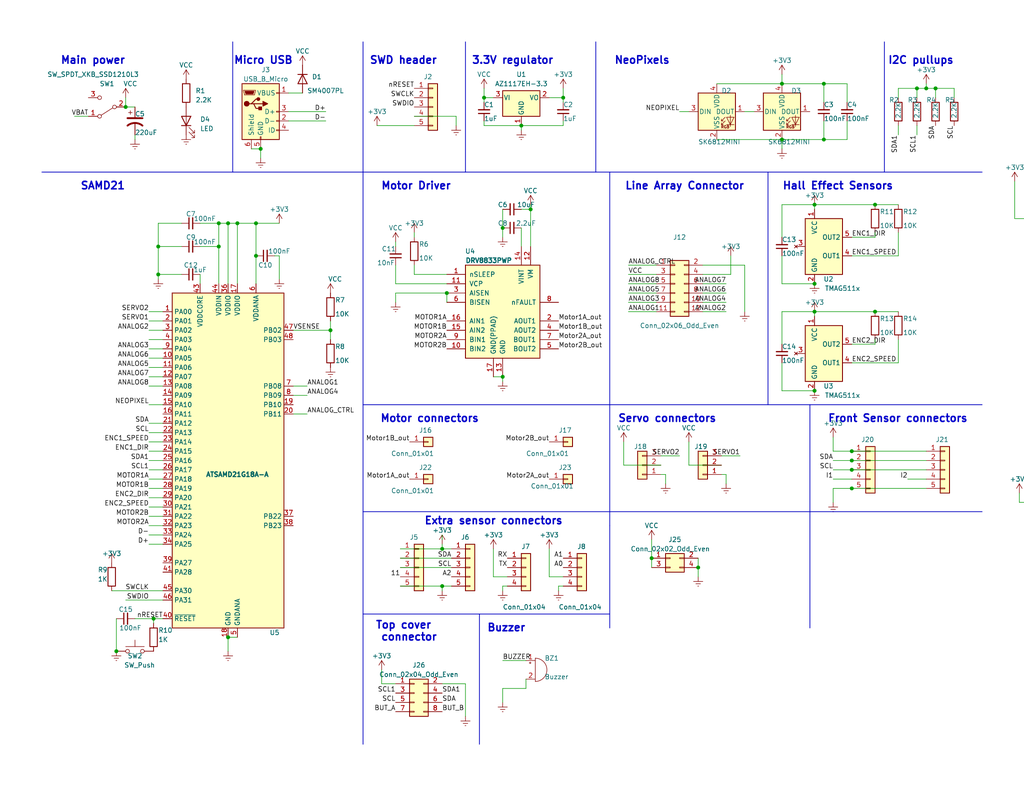
<source format=kicad_sch>
(kicad_sch (version 20210621) (generator eeschema)
  (paper "USLetter")
  (lib_symbols
    (symbol "Connector:USB_B_Micro" (pin_names (offset 1.016))
      (property "Reference" "J" (at -5.08 11.43 0))
      (property "Value" "USB_B_Micro" (at -5.08 8.89 0))
      (symbol "USB_B_Micro_1_1"
        (pin power_out line (at 7.62 5.08 180) (length 2.54) (name "VBUS") (number "1"))
        (pin bidirectional line (at 7.62 -2.54 180) (length 2.54) (name "D-") (number "2"))
        (pin bidirectional line (at 7.62 0 180) (length 2.54) (name "D+") (number "3"))
        (pin passive line (at 7.62 -5.08 180) (length 2.54) (name "ID") (number "4"))
        (pin power_out line (at 0 -10.16 90) (length 2.54) (name "GND") (number "5"))
        (pin passive line (at -2.54 -10.16 90) (length 2.54) (name "Shield") (number "6"))
      )
    )
    (symbol "Connector_Generic:Conn_01x01" (pin_names (offset 1.016) hide)
      (property "Reference" "J" (at 0 2.54 0))
      (property "Value" "Conn_01x01" (at 0 -2.54 0))
      (symbol "Conn_01x01_1_1"
        (pin passive line (at -5.08 0 0) (length 3.81) (name "Pin_1") (number "1"))
      )
    )
    (symbol "Connector_Generic:Conn_01x03" (pin_names (offset 1.016) hide)
      (property "Reference" "J" (at 0 5.08 0))
      (property "Value" "Conn_01x03" (at 0 -5.08 0))
      (symbol "Conn_01x03_1_1"
        (pin passive line (at -5.08 2.54 0) (length 3.81) (name "Pin_1") (number "1"))
        (pin passive line (at -5.08 0 0) (length 3.81) (name "Pin_2") (number "2"))
        (pin passive line (at -5.08 -2.54 0) (length 3.81) (name "Pin_3") (number "3"))
      )
    )
    (symbol "Connector_Generic:Conn_01x04" (pin_names (offset 1.016) hide)
      (property "Reference" "J" (at 0 5.08 0))
      (property "Value" "Conn_01x04" (at 0 -7.62 0))
      (symbol "Conn_01x04_1_1"
        (pin passive line (at -5.08 2.54 0) (length 3.81) (name "Pin_1") (number "1"))
        (pin passive line (at -5.08 0 0) (length 3.81) (name "Pin_2") (number "2"))
        (pin passive line (at -5.08 -2.54 0) (length 3.81) (name "Pin_3") (number "3"))
        (pin passive line (at -5.08 -5.08 0) (length 3.81) (name "Pin_4") (number "4"))
      )
    )
    (symbol "Connector_Generic:Conn_01x05" (pin_names (offset 1.016) hide)
      (property "Reference" "J" (at 0 7.62 0))
      (property "Value" "Conn_01x05" (at 0 -7.62 0))
      (symbol "Conn_01x05_1_1"
        (pin passive line (at -5.08 5.08 0) (length 3.81) (name "Pin_1") (number "1"))
        (pin passive line (at -5.08 2.54 0) (length 3.81) (name "Pin_2") (number "2"))
        (pin passive line (at -5.08 0 0) (length 3.81) (name "Pin_3") (number "3"))
        (pin passive line (at -5.08 -2.54 0) (length 3.81) (name "Pin_4") (number "4"))
        (pin passive line (at -5.08 -5.08 0) (length 3.81) (name "Pin_5") (number "5"))
      )
    )
    (symbol "Connector_Generic:Conn_01x14" (pin_names (offset 1.016) hide)
      (property "Reference" "J" (at 0 17.78 0))
      (property "Value" "Conn_01x14" (at 0 -20.32 0))
      (symbol "Conn_01x14_1_1"
        (pin passive line (at -5.08 15.24 0) (length 3.81) (name "Pin_1") (number "1"))
        (pin passive line (at -5.08 -7.62 0) (length 3.81) (name "Pin_10") (number "10"))
        (pin passive line (at -5.08 -10.16 0) (length 3.81) (name "Pin_11") (number "11"))
        (pin passive line (at -5.08 -12.7 0) (length 3.81) (name "Pin_12") (number "12"))
        (pin passive line (at -5.08 -15.24 0) (length 3.81) (name "Pin_13") (number "13"))
        (pin passive line (at -5.08 -17.78 0) (length 3.81) (name "Pin_14") (number "14"))
        (pin passive line (at -5.08 12.7 0) (length 3.81) (name "Pin_2") (number "2"))
        (pin passive line (at -5.08 10.16 0) (length 3.81) (name "Pin_3") (number "3"))
        (pin passive line (at -5.08 7.62 0) (length 3.81) (name "Pin_4") (number "4"))
        (pin passive line (at -5.08 5.08 0) (length 3.81) (name "Pin_5") (number "5"))
        (pin passive line (at -5.08 2.54 0) (length 3.81) (name "Pin_6") (number "6"))
        (pin passive line (at -5.08 0 0) (length 3.81) (name "Pin_7") (number "7"))
        (pin passive line (at -5.08 -2.54 0) (length 3.81) (name "Pin_8") (number "8"))
        (pin passive line (at -5.08 -5.08 0) (length 3.81) (name "Pin_9") (number "9"))
      )
    )
    (symbol "Connector_Generic:Conn_02x02_Odd_Even" (pin_names (offset 1.016) hide)
      (property "Reference" "J" (at 1.27 2.54 0))
      (property "Value" "Conn_02x02_Odd_Even" (at 1.27 -5.08 0))
      (symbol "Conn_02x02_Odd_Even_1_1"
        (pin passive line (at -5.08 0 0) (length 3.81) (name "Pin_1") (number "1"))
        (pin passive line (at 7.62 0 180) (length 3.81) (name "Pin_2") (number "2"))
        (pin passive line (at -5.08 -2.54 0) (length 3.81) (name "Pin_3") (number "3"))
        (pin passive line (at 7.62 -2.54 180) (length 3.81) (name "Pin_4") (number "4"))
      )
    )
    (symbol "Connector_Generic:Conn_02x04_Odd_Even" (pin_names (offset 1.016) hide)
      (property "Reference" "J" (at 1.27 5.08 0))
      (property "Value" "Conn_02x04_Odd_Even" (at 1.27 -7.62 0))
      (symbol "Conn_02x04_Odd_Even_1_1"
        (pin passive line (at -5.08 2.54 0) (length 3.81) (name "Pin_1") (number "1"))
        (pin passive line (at 7.62 2.54 180) (length 3.81) (name "Pin_2") (number "2"))
        (pin passive line (at -5.08 0 0) (length 3.81) (name "Pin_3") (number "3"))
        (pin passive line (at 7.62 0 180) (length 3.81) (name "Pin_4") (number "4"))
        (pin passive line (at -5.08 -2.54 0) (length 3.81) (name "Pin_5") (number "5"))
        (pin passive line (at 7.62 -2.54 180) (length 3.81) (name "Pin_6") (number "6"))
        (pin passive line (at -5.08 -5.08 0) (length 3.81) (name "Pin_7") (number "7"))
        (pin passive line (at 7.62 -5.08 180) (length 3.81) (name "Pin_8") (number "8"))
      )
    )
    (symbol "Connector_Generic:Conn_02x06_Odd_Even" (pin_names (offset 1.016) hide)
      (property "Reference" "J" (at 1.27 7.62 0))
      (property "Value" "Conn_02x06_Odd_Even" (at 1.27 -10.16 0))
      (symbol "Conn_02x06_Odd_Even_1_1"
        (pin passive line (at -5.08 5.08 0) (length 3.81) (name "Pin_1") (number "1"))
        (pin passive line (at 7.62 -5.08 180) (length 3.81) (name "Pin_10") (number "10"))
        (pin passive line (at -5.08 -7.62 0) (length 3.81) (name "Pin_11") (number "11"))
        (pin passive line (at 7.62 -7.62 180) (length 3.81) (name "Pin_12") (number "12"))
        (pin passive line (at 7.62 5.08 180) (length 3.81) (name "Pin_2") (number "2"))
        (pin passive line (at -5.08 2.54 0) (length 3.81) (name "Pin_3") (number "3"))
        (pin passive line (at 7.62 2.54 180) (length 3.81) (name "Pin_4") (number "4"))
        (pin passive line (at -5.08 0 0) (length 3.81) (name "Pin_5") (number "5"))
        (pin passive line (at 7.62 0 180) (length 3.81) (name "Pin_6") (number "6"))
        (pin passive line (at -5.08 -2.54 0) (length 3.81) (name "Pin_7") (number "7"))
        (pin passive line (at 7.62 -2.54 180) (length 3.81) (name "Pin_8") (number "8"))
        (pin passive line (at -5.08 -5.08 0) (length 3.81) (name "Pin_9") (number "9"))
      )
    )
    (symbol "Device:Buzzer" (pin_names (offset 0.0254) hide)
      (property "Reference" "BZ" (at 3.81 1.27 0))
      (property "Value" "Buzzer" (at 3.81 -1.27 0))
      (symbol "Buzzer_1_1"
        (pin passive line (at -2.54 2.54 0) (length 2.54) (name "-") (number "1"))
        (pin passive line (at -2.54 -2.54 0) (length 2.54) (name "+") (number "2"))
      )
    )
    (symbol "Device:C_Polarized_US" (pin_numbers hide) (pin_names (offset 0.254) hide)
      (property "Reference" "C" (at 0.635 2.54 0))
      (property "Value" "C_Polarized_US" (at 0.635 -2.54 0))
      (symbol "C_Polarized_US_1_1"
        (pin passive line (at 0 3.81 270) (length 2.794) (name "~") (number "1"))
        (pin passive line (at 0 -3.81 90) (length 3.302) (name "~") (number "2"))
      )
    )
    (symbol "Device:C_Small" (pin_numbers hide) (pin_names (offset 0.254) hide)
      (property "Reference" "C" (at 0.254 1.778 0))
      (property "Value" "C_Small" (at 0.254 -2.032 0))
      (symbol "C_Small_1_1"
        (pin passive line (at 0 2.54 270) (length 2.032) (name "~") (number "1"))
        (pin passive line (at 0 -2.54 90) (length 2.032) (name "~") (number "2"))
      )
    )
    (symbol "Device:LED" (pin_numbers hide) (pin_names (offset 1.016) hide)
      (property "Reference" "D" (at 0 2.54 0))
      (property "Value" "LED" (at 0 -2.54 0))
      (symbol "LED_1_1"
        (pin passive line (at -3.81 0 0) (length 2.54) (name "K") (number "1"))
        (pin passive line (at 3.81 0 180) (length 2.54) (name "A") (number "2"))
      )
    )
    (symbol "Device:R" (pin_numbers hide) (pin_names (offset 0))
      (property "Reference" "R" (at 2.032 0 90))
      (property "Value" "R" (at 0 0 90))
      (symbol "R_1_1"
        (pin passive line (at 0 3.81 270) (length 1.27) (name "~") (number "1"))
        (pin passive line (at 0 -3.81 90) (length 1.27) (name "~") (number "2"))
      )
    )
    (symbol "Diode:SM4007" (pin_numbers hide) (pin_names (offset 1.016) hide)
      (property "Reference" "D" (at 0 2.54 0))
      (property "Value" "SM4007" (at 0 -2.54 0))
      (symbol "SM4007_1_1"
        (pin passive line (at -3.81 0 0) (length 2.54) (name "K") (number "1"))
        (pin passive line (at 3.81 0 180) (length 2.54) (name "A") (number "2"))
      )
    )
    (symbol "Driver_Motor:DRV8833PWP" (pin_names (offset 1.016))
      (property "Reference" "U" (at -3.81 16.51 0))
      (property "Value" "DRV8833PWP" (at -3.81 13.97 0))
      (symbol "DRV8833PWP_1_1"
        (pin input line (at -15.24 10.16 0) (length 5.08) (name "nSLEEP") (number "1"))
        (pin input line (at -15.24 -10.16 0) (length 5.08) (name "BIN2") (number "10"))
        (pin bidirectional line (at -15.24 7.62 0) (length 5.08) (name "VCP") (number "11"))
        (pin power_in line (at 7.62 17.78 270) (length 5.08) (name "VM") (number "12"))
        (pin power_in line (at 0 -17.78 90) (length 5.08) (name "GND") (number "13"))
        (pin power_in line (at 5.08 17.78 270) (length 5.08) (name "VINT") (number "14"))
        (pin input line (at -15.24 -5.08 0) (length 5.08) (name "AIN2") (number "15"))
        (pin input line (at -15.24 -2.54 0) (length 5.08) (name "AIN1") (number "16"))
        (pin power_in line (at -2.54 -17.78 90) (length 5.08) (name "GND(PPAD)") (number "17"))
        (pin power_out line (at 15.24 -2.54 180) (length 5.08) (name "AOUT1") (number "2"))
        (pin bidirectional line (at -15.24 5.08 0) (length 5.08) (name "AISEN") (number "3"))
        (pin power_out line (at 15.24 -5.08 180) (length 5.08) (name "AOUT2") (number "4"))
        (pin power_out line (at 15.24 -10.16 180) (length 5.08) (name "BOUT2") (number "5"))
        (pin bidirectional line (at -15.24 2.54 0) (length 5.08) (name "BISEN") (number "6"))
        (pin power_out line (at 15.24 -7.62 180) (length 5.08) (name "BOUT1") (number "7"))
        (pin open_collector line (at 15.24 2.54 180) (length 5.08) (name "nFAULT") (number "8"))
        (pin input line (at -15.24 -7.62 0) (length 5.08) (name "BIN1") (number "9"))
      )
    )
    (symbol "LED:SK6812MINI" (pin_names (offset 0.254))
      (property "Reference" "D" (at 5.08 5.715 0))
      (property "Value" "SK6812MINI" (at 1.27 -5.715 0))
      (symbol "SK6812MINI_0_0"
        (text "RGB" (at 2.286 -4.191 0) (effects (font (size 0.762 0.762))))
      )
      (symbol "SK6812MINI_1_1"
        (pin output line (at 7.62 0 180) (length 2.54) (name "DOUT") (number "1"))
        (pin power_in line (at 0 -7.62 90) (length 2.54) (name "VSS") (number "2"))
        (pin input line (at -7.62 0 0) (length 2.54) (name "DIN") (number "3"))
        (pin power_in line (at 0 7.62 270) (length 2.54) (name "VDD") (number "4"))
      )
    )
    (symbol "MCU_Microchip_SAMD:ATSAMD21G18A-A"
      (property "Reference" "U" (at -13.97 46.99 0))
      (property "Value" "ATSAMD21G18A-A" (at 16.51 46.99 0))
      (symbol "ATSAMD21G18A-A_1_1"
        (pin bidirectional line (at -17.78 40.64 0) (length 2.54) (name "PA00") (number "1"))
        (pin bidirectional line (at -17.78 27.94 0) (length 2.54) (name "PA05") (number "10"))
        (pin bidirectional line (at -17.78 25.4 0) (length 2.54) (name "PA06") (number "11"))
        (pin bidirectional line (at -17.78 22.86 0) (length 2.54) (name "PA07") (number "12"))
        (pin bidirectional line (at -17.78 20.32 0) (length 2.54) (name "PA08") (number "13"))
        (pin bidirectional line (at -17.78 17.78 0) (length 2.54) (name "PA09") (number "14"))
        (pin bidirectional line (at -17.78 15.24 0) (length 2.54) (name "PA10") (number "15"))
        (pin bidirectional line (at -17.78 12.7 0) (length 2.54) (name "PA11") (number "16"))
        (pin power_in line (at 2.54 48.26 270) (length 2.54) (name "VDDIO") (number "17"))
        (pin power_in line (at 0 -48.26 90) (length 2.54) (name "GND") (number "18"))
        (pin bidirectional line (at 17.78 15.24 180) (length 2.54) (name "PB10") (number "19"))
        (pin bidirectional line (at -17.78 38.1 0) (length 2.54) (name "PA01") (number "2"))
        (pin bidirectional line (at 17.78 12.7 180) (length 2.54) (name "PB11") (number "20"))
        (pin bidirectional line (at -17.78 10.16 0) (length 2.54) (name "PA12") (number "21"))
        (pin bidirectional line (at -17.78 7.62 0) (length 2.54) (name "PA13") (number "22"))
        (pin bidirectional line (at -17.78 5.08 0) (length 2.54) (name "PA14") (number "23"))
        (pin bidirectional line (at -17.78 2.54 0) (length 2.54) (name "PA15") (number "24"))
        (pin bidirectional line (at -17.78 0 0) (length 2.54) (name "PA16") (number "25"))
        (pin bidirectional line (at -17.78 -2.54 0) (length 2.54) (name "PA17") (number "26"))
        (pin bidirectional line (at -17.78 -5.08 0) (length 2.54) (name "PA18") (number "27"))
        (pin bidirectional line (at -17.78 -7.62 0) (length 2.54) (name "PA19") (number "28"))
        (pin bidirectional line (at -17.78 -10.16 0) (length 2.54) (name "PA20") (number "29"))
        (pin bidirectional line (at -17.78 35.56 0) (length 2.54) (name "PA02") (number "3"))
        (pin bidirectional line (at -17.78 -12.7 0) (length 2.54) (name "PA21") (number "30"))
        (pin bidirectional line (at -17.78 -15.24 0) (length 2.54) (name "PA22") (number "31"))
        (pin bidirectional line (at -17.78 -17.78 0) (length 2.54) (name "PA23") (number "32"))
        (pin bidirectional line (at -17.78 -20.32 0) (length 2.54) (name "PA24") (number "33"))
        (pin bidirectional line (at -17.78 -22.86 0) (length 2.54) (name "PA25") (number "34"))
        (pin passive line (at 0 -48.26 90) (length 2.54) hide (name "GND") (number "35"))
        (pin power_in line (at 0 48.26 270) (length 2.54) (name "VDDIO") (number "36"))
        (pin bidirectional line (at 17.78 -15.24 180) (length 2.54) (name "PB22") (number "37"))
        (pin bidirectional line (at 17.78 -17.78 180) (length 2.54) (name "PB23") (number "38"))
        (pin bidirectional line (at -17.78 -27.94 0) (length 2.54) (name "PA27") (number "39"))
        (pin bidirectional line (at -17.78 33.02 0) (length 2.54) (name "PA03") (number "4"))
        (pin input line (at -17.78 -43.18 0) (length 2.54) (name "~{RESET}") (number "40"))
        (pin bidirectional line (at -17.78 -30.48 0) (length 2.54) (name "PA28") (number "41"))
        (pin passive line (at 0 -48.26 90) (length 2.54) hide (name "GND") (number "42"))
        (pin power_out line (at -7.62 48.26 270) (length 2.54) (name "VDDCORE") (number "43"))
        (pin power_in line (at -2.54 48.26 270) (length 2.54) (name "VDDIN") (number "44"))
        (pin bidirectional line (at -17.78 -35.56 0) (length 2.54) (name "PA30") (number "45"))
        (pin bidirectional line (at -17.78 -38.1 0) (length 2.54) (name "PA31") (number "46"))
        (pin bidirectional line (at 17.78 35.56 180) (length 2.54) (name "PB02") (number "47"))
        (pin bidirectional line (at 17.78 33.02 180) (length 2.54) (name "PB03") (number "48"))
        (pin power_in line (at 2.54 -48.26 90) (length 2.54) (name "GNDANA") (number "5"))
        (pin power_in line (at 7.62 48.26 270) (length 2.54) (name "VDDANA") (number "6"))
        (pin bidirectional line (at 17.78 20.32 180) (length 2.54) (name "PB08") (number "7"))
        (pin bidirectional line (at 17.78 17.78 180) (length 2.54) (name "PB09") (number "8"))
        (pin bidirectional line (at -17.78 30.48 0) (length 2.54) (name "PA04") (number "9"))
      )
    )
    (symbol "Regulator_Linear:AZ1117-3.3" (pin_names (offset 0.254))
      (property "Reference" "U" (at -3.81 3.175 0))
      (property "Value" "AZ1117-3.3" (at 0 3.175 0))
      (symbol "AZ1117-3.3_1_1"
        (pin power_in line (at 0 -7.62 90) (length 2.54) (name "GND") (number "1"))
        (pin power_out line (at 7.62 0 180) (length 2.54) (name "VO") (number "2"))
        (pin power_in line (at -7.62 0 0) (length 2.54) (name "VI") (number "3"))
      )
    )
    (symbol "Switch:SW_Push" (pin_numbers hide) (pin_names (offset 1.016) hide)
      (property "Reference" "SW" (at 1.27 2.54 0))
      (property "Value" "SW_Push" (at 0 -1.524 0))
      (symbol "SW_Push_0_1"
        (pin passive line (at -5.08 0 0) (length 2.54) (name "1") (number "1"))
        (pin passive line (at 5.08 0 180) (length 2.54) (name "2") (number "2"))
      )
    )
    (symbol "Switch:SW_SPDT" (pin_names (offset 0) hide)
      (property "Reference" "SW" (at 0 4.318 0))
      (property "Value" "SW_SPDT" (at 0 -5.08 0))
      (symbol "SW_SPDT_1_1"
        (pin passive line (at 5.08 2.54 180) (length 2.54) (name "A") (number "1"))
        (pin passive line (at -5.08 0 0) (length 2.54) (name "B") (number "2"))
        (pin passive line (at 5.08 -2.54 180) (length 2.54) (name "C") (number "3"))
      )
    )
    (symbol "power:+3.3V" (power) (pin_names (offset 0))
      (property "Value" "+3.3V" (at 0 3.556 0))
      (symbol "+3.3V_1_1"
        (pin power_in line (at 0 0 90) (length 0) hide (name "+3V3") (number "1"))
      )
    )
    (symbol "power:GNDREF" (power) (pin_names (offset 0))
      (property "Value" "GNDREF" (at 0 -3.81 0))
      (symbol "GNDREF_1_1"
        (pin power_in line (at 0 0 270) (length 0) hide (name "GNDREF") (number "1"))
      )
    )
    (symbol "power:VCC" (power) (pin_names (offset 0))
      (property "Value" "VCC" (at 0 3.81 0))
      (symbol "VCC_1_1"
        (pin power_in line (at 0 0 90) (length 0) hide (name "VCC") (number "1"))
      )
    )
    (symbol "shurik-personal:TMAG511x"
      (property "Reference" "U" (at 5.08 12.7 0))
      (property "Value" "TMAG511x" (at 7.62 10.16 0))
      (symbol "TMAG511x_1_1"
        (pin power_in line (at -2.54 10.16 270) (length 2.54) (name "VCC") (number "1"))
        (pin power_in line (at -2.54 -10.16 90) (length 2.54) (name "GND") (number "2"))
        (pin no_connect line (at -7.62 0 0) (length 2.54) (name "") (number "3"))
        (pin output line (at 7.62 -2.54 180) (length 2.54) (name "OUT1") (number "4"))
        (pin output line (at 7.62 2.54 180) (length 2.54) (name "OUT2") (number "5"))
      )
    )
  )
  (junction (at 64.77 60.96) (diameter 0.9144))
  (junction (at 289.56 146.05) (diameter 0.9144))
  (junction (at 284.48 146.05) (diameter 0.9144))
  (junction (at 292.1 59.69) (diameter 0.9144))
  (junction (at 292.1 50.8) (diameter 0.9144))
  (junction (at 177.8 152.4) (diameter 0.9144))
  (junction (at 309.88 50.8) (diameter 0.9144))
  (junction (at 299.72 59.69) (diameter 0.9144))
  (junction (at 132.08 26.67) (diameter 0.9144))
  (junction (at 144.78 57.15) (diameter 0.9144))
  (junction (at 302.26 146.05) (diameter 0.9144))
  (junction (at 304.8 59.69) (diameter 0.9144))
  (junction (at 121.92 80.01) (diameter 0.9144))
  (junction (at 284.48 50.8) (diameter 0.9144))
  (junction (at 312.42 146.05) (diameter 0.9144))
  (junction (at 284.48 137.16) (diameter 0.9144))
  (junction (at 287.02 50.8) (diameter 0.9144))
  (junction (at 34.29 29.21) (diameter 0.9144))
  (junction (at 287.02 146.05) (diameter 0.9144))
  (junction (at 284.48 110.49) (diameter 0.9144))
  (junction (at 69.85 60.96) (diameter 0.9144))
  (junction (at 120.65 160.02) (diameter 0.9144))
  (junction (at 281.94 137.16) (diameter 0.9144))
  (junction (at 309.88 59.69) (diameter 0.9144))
  (junction (at 222.25 85.09) (diameter 0.9144))
  (junction (at 302.26 50.8) (diameter 0.9144))
  (junction (at 287.02 137.16) (diameter 0.9144))
  (junction (at 294.64 50.8) (diameter 0.9144))
  (junction (at 41.91 168.91) (diameter 0.9144))
  (junction (at 304.8 146.05) (diameter 0.9144))
  (junction (at 299.72 50.8) (diameter 0.9144))
  (junction (at 142.24 34.29) (diameter 0.9144))
  (junction (at 307.34 137.16) (diameter 0.9144))
  (junction (at 312.42 59.69) (diameter 0.9144))
  (junction (at 289.56 50.8) (diameter 0.9144))
  (junction (at 304.8 137.16) (diameter 0.9144))
  (junction (at 59.69 60.96) (diameter 0.9144))
  (junction (at 232.41 123.19) (diameter 0.9144))
  (junction (at 284.48 59.69) (diameter 0.9144))
  (junction (at 294.64 137.16) (diameter 0.9144))
  (junction (at 232.41 128.27) (diameter 0.9144))
  (junction (at 224.79 38.1) (diameter 0.9144))
  (junction (at 314.96 146.05) (diameter 0.9144))
  (junction (at 314.96 50.8) (diameter 0.9144))
  (junction (at 190.5 154.94) (diameter 0.9144))
  (junction (at 222.25 106.68) (diameter 0.9144))
  (junction (at 153.67 26.67) (diameter 0.9144))
  (junction (at 297.18 146.05) (diameter 0.9144))
  (junction (at 252.73 24.13) (diameter 0.9144))
  (junction (at 281.94 59.69) (diameter 0.9144))
  (junction (at 287.02 110.49) (diameter 0.9144))
  (junction (at 222.25 55.88) (diameter 0.9144))
  (junction (at 297.18 137.16) (diameter 0.9144))
  (junction (at 43.18 67.31) (diameter 0.9144))
  (junction (at 312.42 137.16) (diameter 0.9144))
  (junction (at 304.8 50.8) (diameter 0.9144))
  (junction (at 302.26 137.16) (diameter 0.9144))
  (junction (at 90.17 90.17) (diameter 0.9144))
  (junction (at 62.23 173.99) (diameter 0.9144))
  (junction (at 137.16 102.87) (diameter 0.9144))
  (junction (at 307.34 146.05) (diameter 0.9144))
  (junction (at 137.16 62.23) (diameter 0.9144))
  (junction (at 213.36 22.86) (diameter 0.9144))
  (junction (at 213.36 38.1) (diameter 0.9144))
  (junction (at 255.27 24.13) (diameter 0.9144))
  (junction (at 292.1 137.16) (diameter 0.9144))
  (junction (at 224.79 22.86) (diameter 0.9144))
  (junction (at 43.18 74.93) (diameter 0.9144))
  (junction (at 297.18 50.8) (diameter 0.9144))
  (junction (at 307.34 50.8) (diameter 0.9144))
  (junction (at 307.34 59.69) (diameter 0.9144))
  (junction (at 222.25 77.47) (diameter 0.9144))
  (junction (at 289.56 59.69) (diameter 0.9144))
  (junction (at 297.18 59.69) (diameter 0.9144))
  (junction (at 238.76 55.88) (diameter 0.9144))
  (junction (at 309.88 137.16) (diameter 0.9144))
  (junction (at 289.56 137.16) (diameter 0.9144))
  (junction (at 294.64 59.69) (diameter 0.9144))
  (junction (at 312.42 50.8) (diameter 0.9144))
  (junction (at 59.69 67.31) (diameter 0.9144))
  (junction (at 69.85 69.85) (diameter 0.9144))
  (junction (at 287.02 59.69) (diameter 0.9144))
  (junction (at 238.76 85.09) (diameter 0.9144))
  (junction (at 292.1 146.05) (diameter 0.9144))
  (junction (at 120.65 149.86) (diameter 0.9144))
  (junction (at 299.72 146.05) (diameter 0.9144))
  (junction (at 250.19 24.13) (diameter 0.9144))
  (junction (at 294.64 146.05) (diameter 0.9144))
  (junction (at 31.75 177.8) (diameter 0.9144))
  (junction (at 299.72 137.16) (diameter 0.9144))
  (junction (at 62.23 60.96) (diameter 0.9144))
  (junction (at 232.41 125.73) (diameter 0.9144))
  (junction (at 232.41 133.35) (diameter 0.9144))
  (junction (at 71.12 40.64) (diameter 0.9144))
  (junction (at 309.88 146.05) (diameter 0.9144))
  (junction (at 302.26 59.69) (diameter 0.9144))
  (wire (pts (xy 222.25 55.88) (xy 238.76 55.88)))
  (polyline (pts (xy 99.06 110.49) (xy 166.37 110.49)) (stroke (width 0.2032) (type solid)))
  (polyline (pts (xy 166.37 46.99) (xy 166.37 110.49)) (stroke (width 0.2032) (type solid)))
  (polyline (pts (xy 99.06 167.64) (xy 166.37 167.64)) (stroke (width 0.2032) (type solid)))
  (polyline (pts (xy 166.37 143.51) (xy 166.37 171.45)) (stroke (width 0.2032) (type solid)))
  (wire (pts (xy 43.18 67.31) (xy 43.18 74.93)))
  (wire (pts (xy 43.18 60.96) (xy 43.18 67.31)))
  (wire (pts (xy 137.16 62.23) (xy 137.16 64.77)))
  (wire (pts (xy 287.02 110.49) (xy 287.02 128.27)))
  (wire (pts (xy 195.58 22.86) (xy 213.36 22.86)))
  (wire (pts (xy 278.13 134.62) (xy 278.13 137.16)))
  (wire (pts (xy 281.94 137.16) (xy 278.13 137.16)))
  (wire (pts (xy 292.1 137.16) (xy 289.56 137.16)))
  (wire (pts (xy 294.64 137.16) (xy 292.1 137.16)))
  (wire (pts (xy 297.18 137.16) (xy 294.64 137.16)))
  (wire (pts (xy 299.72 137.16) (xy 297.18 137.16)))
  (wire (pts (xy 284.48 137.16) (xy 281.94 137.16)))
  (wire (pts (xy 287.02 137.16) (xy 284.48 137.16)))
  (wire (pts (xy 289.56 137.16) (xy 287.02 137.16)))
  (wire (pts (xy 302.26 137.16) (xy 299.72 137.16)))
  (wire (pts (xy 304.8 137.16) (xy 302.26 137.16)))
  (wire (pts (xy 307.34 137.16) (xy 304.8 137.16)))
  (wire (pts (xy 309.88 137.16) (xy 307.34 137.16)))
  (wire (pts (xy 312.42 137.16) (xy 309.88 137.16)))
  (wire (pts (xy 314.96 137.16) (xy 312.42 137.16)))
  (wire (pts (xy 289.56 68.58) (xy 289.56 85.09)))
  (wire (pts (xy 294.64 50.8) (xy 297.18 50.8)))
  (wire (pts (xy 281.94 50.8) (xy 284.48 50.8)))
  (wire (pts (xy 297.18 59.69) (xy 299.72 59.69)))
  (wire (pts (xy 149.86 26.67) (xy 153.67 26.67)))
  (wire (pts (xy 191.77 80.01) (xy 198.12 80.01)))
  (wire (pts (xy 153.67 24.13) (xy 153.67 26.67)))
  (wire (pts (xy 80.01 113.03) (xy 83.82 113.03)))
  (wire (pts (xy 40.64 130.81) (xy 44.45 130.81)))
  (wire (pts (xy 198.12 129.54) (xy 198.12 132.08)))
  (wire (pts (xy 196.85 129.54) (xy 198.12 129.54)))
  (wire (pts (xy 120.65 186.69) (xy 127 186.69)))
  (wire (pts (xy 107.95 72.39) (xy 107.95 77.47)))
  (wire (pts (xy 121.92 77.47) (xy 107.95 77.47)))
  (wire (pts (xy 74.93 69.85) (xy 76.2 69.85)))
  (wire (pts (xy 76.2 69.85) (xy 76.2 76.2)))
  (wire (pts (xy 238.76 92.71) (xy 238.76 93.98)))
  (wire (pts (xy 294.64 68.58) (xy 294.64 85.09)))
  (wire (pts (xy 59.69 67.31) (xy 59.69 77.47)))
  (wire (pts (xy 62.23 60.96) (xy 64.77 60.96)))
  (wire (pts (xy 59.69 60.96) (xy 59.69 67.31)))
  (wire (pts (xy 59.69 60.96) (xy 62.23 60.96)))
  (wire (pts (xy 64.77 60.96) (xy 69.85 60.96)))
  (wire (pts (xy 69.85 60.96) (xy 76.2 60.96)))
  (wire (pts (xy 299.72 68.58) (xy 299.72 85.09)))
  (wire (pts (xy 238.76 85.09) (xy 245.11 85.09)))
  (wire (pts (xy 40.64 138.43) (xy 44.45 138.43)))
  (wire (pts (xy 213.36 20.32) (xy 213.36 22.86)))
  (wire (pts (xy 227.33 119.38) (xy 227.33 123.19)))
  (polyline (pts (xy 241.3 11.43) (xy 241.3 46.99)) (stroke (width 0.2032) (type solid)))
  (wire (pts (xy 203.2 72.39) (xy 203.2 85.09)))
  (wire (pts (xy 312.42 50.8) (xy 314.96 50.8)))
  (polyline (pts (xy 130.81 203.2) (xy 130.81 167.64)) (stroke (width 0.2032) (type solid)))
  (wire (pts (xy 245.11 24.13) (xy 250.19 24.13)))
  (wire (pts (xy 250.19 24.13) (xy 250.19 26.67)))
  (polyline (pts (xy 99.06 46.99) (xy 99.06 203.2)) (stroke (width 0.2032) (type solid)))
  (wire (pts (xy 120.65 148.59) (xy 120.65 149.86)))
  (wire (pts (xy 281.94 110.49) (xy 281.94 128.27)))
  (wire (pts (xy 284.48 50.8) (xy 287.02 50.8)))
  (wire (pts (xy 232.41 123.19) (xy 252.73 123.19)))
  (wire (pts (xy 227.33 123.19) (xy 232.41 123.19)))
  (wire (pts (xy 195.58 38.1) (xy 213.36 38.1)))
  (wire (pts (xy 213.36 38.1) (xy 224.79 38.1)))
  (wire (pts (xy 224.79 33.02) (xy 224.79 38.1)))
  (wire (pts (xy 232.41 133.35) (xy 252.73 133.35)))
  (wire (pts (xy 227.33 133.35) (xy 232.41 133.35)))
  (wire (pts (xy 132.08 33.02) (xy 132.08 34.29)))
  (wire (pts (xy 247.65 130.81) (xy 252.73 130.81)))
  (wire (pts (xy 78.74 33.02) (xy 88.9 33.02)))
  (wire (pts (xy 170.18 120.65) (xy 170.18 127)))
  (wire (pts (xy 180.34 127) (xy 170.18 127)))
  (wire (pts (xy 40.64 148.59) (xy 44.45 148.59)))
  (wire (pts (xy 68.58 40.64) (xy 71.12 40.64)))
  (wire (pts (xy 304.8 110.49) (xy 304.8 128.27)))
  (wire (pts (xy 120.65 160.02) (xy 120.65 161.29)))
  (wire (pts (xy 153.67 157.48) (xy 149.86 157.48)))
  (wire (pts (xy 191.77 72.39) (xy 203.2 72.39)))
  (wire (pts (xy 191.77 82.55) (xy 198.12 82.55)))
  (wire (pts (xy 113.03 31.75) (xy 124.46 31.75)))
  (wire (pts (xy 124.46 31.75) (xy 124.46 34.29)))
  (wire (pts (xy 302.26 68.58) (xy 302.26 85.09)))
  (wire (pts (xy 40.64 97.79) (xy 44.45 97.79)))
  (wire (pts (xy 213.36 85.09) (xy 213.36 93.98)))
  (wire (pts (xy 222.25 85.09) (xy 213.36 85.09)))
  (polyline (pts (xy 162.56 11.43) (xy 162.56 46.99)) (stroke (width 0.2032) (type solid)))
  (polyline (pts (xy 127 46.99) (xy 162.56 46.99)) (stroke (width 0.2032) (type solid)))
  (wire (pts (xy 171.45 85.09) (xy 179.07 85.09)))
  (wire (pts (xy 307.34 110.49) (xy 307.34 128.27)))
  (wire (pts (xy 41.91 168.91) (xy 44.45 168.91)))
  (wire (pts (xy 36.83 168.91) (xy 41.91 168.91)))
  (wire (pts (xy 138.43 160.02) (xy 137.16 160.02)))
  (wire (pts (xy 250.19 34.29) (xy 250.19 36.83)))
  (wire (pts (xy 80.01 90.17) (xy 90.17 90.17)))
  (wire (pts (xy 69.85 69.85) (xy 69.85 77.47)))
  (wire (pts (xy 69.85 60.96) (xy 69.85 69.85)))
  (polyline (pts (xy 162.56 46.99) (xy 267.97 46.99)) (stroke (width 0.2032) (type solid)))
  (wire (pts (xy 231.14 33.02) (xy 231.14 38.1)))
  (wire (pts (xy 231.14 38.1) (xy 224.79 38.1)))
  (polyline (pts (xy 99.06 139.7) (xy 267.97 139.7)) (stroke (width 0.2032) (type solid)))
  (wire (pts (xy 292.1 50.8) (xy 294.64 50.8)))
  (wire (pts (xy 284.48 68.58) (xy 284.48 85.09)))
  (wire (pts (xy 314.96 110.49) (xy 314.96 128.27)))
  (wire (pts (xy 138.43 157.48) (xy 134.62 157.48)))
  (wire (pts (xy 180.34 124.46) (xy 185.42 124.46)))
  (wire (pts (xy 137.16 187.96) (xy 137.16 191.77)))
  (wire (pts (xy 43.18 67.31) (xy 49.53 67.31)))
  (wire (pts (xy 137.16 160.02) (xy 137.16 161.29)))
  (wire (pts (xy 109.22 154.94) (xy 123.19 154.94)))
  (wire (pts (xy 40.64 87.63) (xy 44.45 87.63)))
  (wire (pts (xy 309.88 110.49) (xy 309.88 128.27)))
  (wire (pts (xy 213.36 106.68) (xy 213.36 99.06)))
  (wire (pts (xy 222.25 106.68) (xy 213.36 106.68)))
  (wire (pts (xy 144.78 57.15) (xy 144.78 67.31)))
  (wire (pts (xy 144.78 55.88) (xy 144.78 57.15)))
  (wire (pts (xy 299.72 110.49) (xy 299.72 128.27)))
  (wire (pts (xy 304.8 59.69) (xy 307.34 59.69)))
  (wire (pts (xy 302.26 50.8) (xy 304.8 50.8)))
  (wire (pts (xy 213.36 55.88) (xy 213.36 64.77)))
  (wire (pts (xy 222.25 55.88) (xy 213.36 55.88)))
  (wire (pts (xy 34.29 163.83) (xy 44.45 163.83)))
  (wire (pts (xy 302.26 59.69) (xy 304.8 59.69)))
  (wire (pts (xy 54.61 60.96) (xy 59.69 60.96)))
  (wire (pts (xy 314.96 68.58) (xy 314.96 85.09)))
  (wire (pts (xy 260.35 24.13) (xy 260.35 26.67)))
  (wire (pts (xy 255.27 24.13) (xy 260.35 24.13)))
  (wire (pts (xy 250.19 24.13) (xy 252.73 24.13)))
  (wire (pts (xy 252.73 24.13) (xy 255.27 24.13)))
  (wire (pts (xy 40.64 102.87) (xy 44.45 102.87)))
  (wire (pts (xy 222.25 85.09) (xy 238.76 85.09)))
  (wire (pts (xy 137.16 187.96) (xy 143.51 187.96)))
  (wire (pts (xy 143.51 185.42) (xy 143.51 187.96)))
  (wire (pts (xy 284.48 59.69) (xy 287.02 59.69)))
  (wire (pts (xy 190.5 154.94) (xy 190.5 157.48)))
  (wire (pts (xy 222.25 55.88) (xy 222.25 57.15)))
  (wire (pts (xy 304.8 68.58) (xy 304.8 85.09)))
  (wire (pts (xy 34.29 26.67) (xy 34.29 29.21)))
  (polyline (pts (xy 220.98 110.49) (xy 220.98 171.45)) (stroke (width 0.2032) (type solid)))
  (wire (pts (xy 43.18 60.96) (xy 49.53 60.96)))
  (wire (pts (xy 113.03 72.39) (xy 113.03 74.93)))
  (wire (pts (xy 134.62 102.87) (xy 137.16 102.87)))
  (wire (pts (xy 171.45 72.39) (xy 179.07 72.39)))
  (wire (pts (xy 171.45 80.01) (xy 179.07 80.01)))
  (wire (pts (xy 314.96 50.8) (xy 320.04 50.8)))
  (wire (pts (xy 320.04 50.8) (xy 320.04 53.34)))
  (wire (pts (xy 297.18 110.49) (xy 297.18 128.27)))
  (wire (pts (xy 137.16 102.87) (xy 137.16 104.14)))
  (wire (pts (xy 238.76 55.88) (xy 245.11 55.88)))
  (wire (pts (xy 232.41 99.06) (xy 245.11 99.06)))
  (wire (pts (xy 31.75 168.91) (xy 31.75 177.8)))
  (wire (pts (xy 132.08 26.67) (xy 134.62 26.67)))
  (wire (pts (xy 137.16 57.15) (xy 137.16 62.23)))
  (wire (pts (xy 40.64 100.33) (xy 44.45 100.33)))
  (wire (pts (xy 62.23 173.99) (xy 62.23 177.8)))
  (wire (pts (xy 294.64 110.49) (xy 294.64 128.27)))
  (wire (pts (xy 292.1 68.58) (xy 292.1 85.09)))
  (wire (pts (xy 107.95 66.04) (xy 107.95 67.31)))
  (wire (pts (xy 113.03 74.93) (xy 121.92 74.93)))
  (wire (pts (xy 203.2 30.48) (xy 205.74 30.48)))
  (wire (pts (xy 20.32 31.75) (xy 24.13 31.75)))
  (wire (pts (xy 287.02 59.69) (xy 289.56 59.69)))
  (wire (pts (xy 109.22 160.02) (xy 120.65 160.02)))
  (wire (pts (xy 120.65 160.02) (xy 123.19 160.02)))
  (wire (pts (xy 107.95 80.01) (xy 107.95 82.55)))
  (wire (pts (xy 121.92 80.01) (xy 107.95 80.01)))
  (wire (pts (xy 302.26 110.49) (xy 302.26 128.27)))
  (polyline (pts (xy 166.37 110.49) (xy 267.97 110.49)) (stroke (width 0.2032) (type solid)))
  (wire (pts (xy 40.64 95.25) (xy 44.45 95.25)))
  (wire (pts (xy 40.64 135.89) (xy 44.45 135.89)))
  (wire (pts (xy 232.41 128.27) (xy 252.73 128.27)))
  (wire (pts (xy 227.33 128.27) (xy 232.41 128.27)))
  (wire (pts (xy 120.65 149.86) (xy 123.19 149.86)))
  (wire (pts (xy 109.22 149.86) (xy 120.65 149.86)))
  (wire (pts (xy 120.65 146.05) (xy 120.65 147.32)))
  (wire (pts (xy 297.18 68.58) (xy 297.18 85.09)))
  (wire (pts (xy 40.64 125.73) (xy 44.45 125.73)))
  (wire (pts (xy 177.8 152.4) (xy 177.8 154.94)))
  (polyline (pts (xy 209.55 46.99) (xy 209.55 110.49)) (stroke (width 0.2032) (type solid)))
  (wire (pts (xy 30.48 161.29) (xy 44.45 161.29)))
  (wire (pts (xy 289.56 59.69) (xy 292.1 59.69)))
  (wire (pts (xy 177.8 147.32) (xy 177.8 152.4)))
  (wire (pts (xy 132.08 24.13) (xy 132.08 26.67)))
  (wire (pts (xy 62.23 60.96) (xy 62.23 77.47)))
  (wire (pts (xy 245.11 92.71) (xy 245.11 99.06)))
  (wire (pts (xy 134.62 149.86) (xy 134.62 157.48)))
  (wire (pts (xy 255.27 24.13) (xy 255.27 26.67)))
  (wire (pts (xy 40.64 123.19) (xy 44.45 123.19)))
  (wire (pts (xy 181.61 129.54) (xy 181.61 132.08)))
  (wire (pts (xy 180.34 129.54) (xy 181.61 129.54)))
  (wire (pts (xy 107.95 186.69) (xy 104.14 186.69)))
  (wire (pts (xy 232.41 64.77) (xy 238.76 64.77)))
  (wire (pts (xy 238.76 63.5) (xy 238.76 64.77)))
  (polyline (pts (xy 127 11.43) (xy 127 46.99)) (stroke (width 0.2032) (type solid)))
  (polyline (pts (xy 11.43 46.99) (xy 127 46.99)) (stroke (width 0.2032) (type solid)))
  (wire (pts (xy 80.01 105.41) (xy 83.82 105.41)))
  (wire (pts (xy 309.88 59.69) (xy 312.42 59.69)))
  (wire (pts (xy 287.02 50.8) (xy 289.56 50.8)))
  (wire (pts (xy 227.33 130.81) (xy 232.41 130.81)))
  (wire (pts (xy 142.24 34.29) (xy 142.24 35.56)))
  (wire (pts (xy 127 186.69) (xy 127 195.58)))
  (wire (pts (xy 40.64 105.41) (xy 44.45 105.41)))
  (wire (pts (xy 199.39 69.85) (xy 199.39 74.93)))
  (wire (pts (xy 191.77 74.93) (xy 199.39 74.93)))
  (wire (pts (xy 222.25 85.09) (xy 222.25 86.36)))
  (wire (pts (xy 34.29 29.21) (xy 36.83 29.21)))
  (wire (pts (xy 187.96 120.65) (xy 187.96 127)))
  (wire (pts (xy 196.85 127) (xy 187.96 127)))
  (wire (pts (xy 297.18 50.8) (xy 299.72 50.8)))
  (wire (pts (xy 299.72 59.69) (xy 302.26 59.69)))
  (wire (pts (xy 64.77 60.96) (xy 64.77 77.47)))
  (wire (pts (xy 40.64 128.27) (xy 44.45 128.27)))
  (wire (pts (xy 36.83 36.83) (xy 36.83 38.1)))
  (wire (pts (xy 307.34 68.58) (xy 307.34 85.09)))
  (wire (pts (xy 104.14 182.88) (xy 104.14 186.69)))
  (wire (pts (xy 276.86 49.53) (xy 276.86 59.69)))
  (wire (pts (xy 281.94 59.69) (xy 276.86 59.69)))
  (wire (pts (xy 213.36 22.86) (xy 224.79 22.86)))
  (wire (pts (xy 224.79 22.86) (xy 224.79 27.94)))
  (wire (pts (xy 43.18 74.93) (xy 43.18 76.2)))
  (wire (pts (xy 43.18 74.93) (xy 49.53 74.93)))
  (polyline (pts (xy 63.5 11.43) (xy 63.5 46.99)) (stroke (width 0.2032) (type solid)))
  (wire (pts (xy 191.77 85.09) (xy 198.12 85.09)))
  (wire (pts (xy 142.24 57.15) (xy 144.78 57.15)))
  (wire (pts (xy 307.34 59.69) (xy 309.88 59.69)))
  (wire (pts (xy 284.48 110.49) (xy 287.02 110.49)))
  (wire (pts (xy 191.77 77.47) (xy 198.12 77.47)))
  (wire (pts (xy 78.74 25.4) (xy 82.55 25.4)))
  (wire (pts (xy 289.56 110.49) (xy 289.56 128.27)))
  (wire (pts (xy 224.79 22.86) (xy 231.14 22.86)))
  (wire (pts (xy 231.14 22.86) (xy 231.14 27.94)))
  (wire (pts (xy 309.88 50.8) (xy 312.42 50.8)))
  (wire (pts (xy 171.45 77.47) (xy 179.07 77.47)))
  (wire (pts (xy 149.86 149.86) (xy 149.86 157.48)))
  (wire (pts (xy 312.42 59.69) (xy 314.96 59.69)))
  (wire (pts (xy 196.85 124.46) (xy 201.93 124.46)))
  (wire (pts (xy 309.88 68.58) (xy 309.88 85.09)))
  (wire (pts (xy 40.64 115.57) (xy 44.45 115.57)))
  (wire (pts (xy 40.64 90.17) (xy 44.45 90.17)))
  (wire (pts (xy 153.67 26.67) (xy 153.67 27.94)))
  (wire (pts (xy 113.03 63.5) (xy 113.03 64.77)))
  (wire (pts (xy 62.23 173.99) (xy 64.77 173.99)))
  (wire (pts (xy 292.1 146.05) (xy 294.64 146.05)))
  (wire (pts (xy 294.64 146.05) (xy 297.18 146.05)))
  (wire (pts (xy 289.56 146.05) (xy 292.1 146.05)))
  (wire (pts (xy 281.94 146.05) (xy 284.48 146.05)))
  (wire (pts (xy 284.48 146.05) (xy 287.02 146.05)))
  (wire (pts (xy 287.02 146.05) (xy 289.56 146.05)))
  (wire (pts (xy 297.18 146.05) (xy 299.72 146.05)))
  (wire (pts (xy 299.72 146.05) (xy 302.26 146.05)))
  (wire (pts (xy 302.26 146.05) (xy 304.8 146.05)))
  (wire (pts (xy 304.8 146.05) (xy 307.34 146.05)))
  (wire (pts (xy 307.34 146.05) (xy 309.88 146.05)))
  (wire (pts (xy 309.88 146.05) (xy 312.42 146.05)))
  (wire (pts (xy 312.42 146.05) (xy 314.96 146.05)))
  (wire (pts (xy 314.96 146.05) (xy 318.77 146.05)))
  (wire (pts (xy 318.77 146.05) (xy 318.77 147.32)))
  (wire (pts (xy 121.92 80.01) (xy 121.92 82.55)))
  (wire (pts (xy 312.42 110.49) (xy 312.42 128.27)))
  (wire (pts (xy 289.56 50.8) (xy 292.1 50.8)))
  (polyline (pts (xy 166.37 110.49) (xy 166.37 143.51)) (stroke (width 0.2032) (type solid)))
  (wire (pts (xy 142.24 62.23) (xy 142.24 67.31)))
  (wire (pts (xy 213.36 38.1) (xy 213.36 40.64)))
  (wire (pts (xy 190.5 152.4) (xy 190.5 154.94)))
  (wire (pts (xy 40.64 143.51) (xy 44.45 143.51)))
  (wire (pts (xy 109.22 152.4) (xy 123.19 152.4)))
  (wire (pts (xy 40.64 146.05) (xy 44.45 146.05)))
  (wire (pts (xy 304.8 50.8) (xy 307.34 50.8)))
  (wire (pts (xy 299.72 50.8) (xy 302.26 50.8)))
  (wire (pts (xy 40.64 85.09) (xy 44.45 85.09)))
  (wire (pts (xy 41.91 168.91) (xy 41.91 170.18)))
  (wire (pts (xy 54.61 74.93) (xy 54.61 77.47)))
  (wire (pts (xy 40.64 92.71) (xy 44.45 92.71)))
  (wire (pts (xy 40.64 140.97) (xy 44.45 140.97)))
  (wire (pts (xy 185.42 30.48) (xy 187.96 30.48)))
  (wire (pts (xy 281.94 59.69) (xy 284.48 59.69)))
  (wire (pts (xy 287.02 68.58) (xy 287.02 85.09)))
  (wire (pts (xy 171.45 74.93) (xy 179.07 74.93)))
  (polyline (pts (xy 99.06 11.43) (xy 99.06 46.99)) (stroke (width 0.2032) (type solid)))
  (wire (pts (xy 102.87 34.29) (xy 113.03 34.29)))
  (wire (pts (xy 252.73 22.86) (xy 252.73 24.13)))
  (wire (pts (xy 142.24 34.29) (xy 153.67 34.29)))
  (wire (pts (xy 292.1 110.49) (xy 292.1 128.27)))
  (wire (pts (xy 40.64 110.49) (xy 44.45 110.49)))
  (wire (pts (xy 40.64 118.11) (xy 44.45 118.11)))
  (wire (pts (xy 132.08 26.67) (xy 132.08 27.94)))
  (wire (pts (xy 307.34 50.8) (xy 309.88 50.8)))
  (wire (pts (xy 312.42 68.58) (xy 312.42 85.09)))
  (wire (pts (xy 80.01 107.95) (xy 83.82 107.95)))
  (wire (pts (xy 292.1 59.69) (xy 294.64 59.69)))
  (wire (pts (xy 245.11 34.29) (xy 245.11 36.83)))
  (wire (pts (xy 137.16 180.34) (xy 143.51 180.34)))
  (wire (pts (xy 153.67 33.02) (xy 153.67 34.29)))
  (wire (pts (xy 232.41 93.98) (xy 238.76 93.98)))
  (wire (pts (xy 54.61 67.31) (xy 59.69 67.31)))
  (wire (pts (xy 40.64 120.65) (xy 44.45 120.65)))
  (wire (pts (xy 152.4 160.02) (xy 152.4 161.29)))
  (wire (pts (xy 153.67 160.02) (xy 152.4 160.02)))
  (wire (pts (xy 71.12 40.64) (xy 71.12 43.18)))
  (wire (pts (xy 227.33 133.35) (xy 227.33 137.16)))
  (wire (pts (xy 294.64 59.69) (xy 297.18 59.69)))
  (wire (pts (xy 245.11 24.13) (xy 245.11 26.67)))
  (wire (pts (xy 171.45 82.55) (xy 179.07 82.55)))
  (wire (pts (xy 284.48 110.49) (xy 284.48 128.27)))
  (wire (pts (xy 132.08 34.29) (xy 142.24 34.29)))
  (wire (pts (xy 213.36 77.47) (xy 213.36 69.85)))
  (wire (pts (xy 222.25 77.47) (xy 213.36 77.47)))
  (wire (pts (xy 40.64 133.35) (xy 44.45 133.35)))
  (wire (pts (xy 232.41 125.73) (xy 252.73 125.73)))
  (wire (pts (xy 227.33 125.73) (xy 232.41 125.73)))
  (wire (pts (xy 78.74 30.48) (xy 88.9 30.48)))
  (wire (pts (xy 90.17 90.17) (xy 90.17 92.71)))
  (wire (pts (xy 90.17 87.63) (xy 90.17 90.17)))
  (wire (pts (xy 232.41 69.85) (xy 245.11 69.85)))
  (wire (pts (xy 245.11 69.85) (xy 245.11 63.5)))
  (text "Hall Effect Sensors" (at 243.84 52.07 180) (effects (font (size 2.032 2.032) (thickness 0.4064) bold) (justify right bottom)))
  (text "Extra sensor connectors" (at 153.67 143.51 180) (effects (font (size 2.032 2.032) (thickness 0.4064) bold) (justify right bottom)))
  (text "Line Array Connector" (at 203.2 52.07 180) (effects (font (size 2.032 2.032) (thickness 0.4064) bold) (justify right bottom)))
  (text "SWD header" (at 119.38 17.78 180) (effects (font (size 2.032 2.032) (thickness 0.4064) bold) (justify right bottom)))
  (text "3.3V regulator" (at 151.13 17.78 180) (effects (font (size 2.032 2.032) (thickness 0.4064) bold) (justify right bottom)))
  (text "Top cover \nconnector" (at 119.38 175.26 180) (effects (font (size 2.032 2.032) (thickness 0.4064) bold) (justify right bottom)))
  (text "Servo connectors" (at 195.58 115.57 180) (effects (font (size 2.032 2.032) (thickness 0.4064) bold) (justify right bottom)))
  (text "Front Sensor connectors" (at 264.16 115.57 180) (effects (font (size 2.032 2.032) (thickness 0.4064) bold) (justify right bottom)))
  (text "NeoPixels" (at 182.88 17.78 180) (effects (font (size 2.032 2.032) (thickness 0.4064) bold) (justify right bottom)))
  (text "Motor Driver" (at 123.19 52.07 180) (effects (font (size 2.032 2.032) (thickness 0.4064) bold) (justify right bottom)))
  (text "SAMD21" (at 34.29 52.07 180) (effects (font (size 2.032 2.032) (thickness 0.4064) bold) (justify right bottom)))
  (text "Main power" (at 34.29 17.78 180) (effects (font (size 2.032 2.032) (thickness 0.4064) bold) (justify right bottom)))
  (text "Motor connectors" (at 130.81 115.57 180) (effects (font (size 2.032 2.032) (thickness 0.4064) bold) (justify right bottom)))
  (text "I2C pullups" (at 260.35 17.78 180) (effects (font (size 2.032 2.032) (thickness 0.4064) bold) (justify right bottom)))
  (text "Buzzer" (at 143.51 172.72 180) (effects (font (size 2.032 2.032) (thickness 0.4064) bold) (justify right bottom)))
  (text "Micro USB" (at 80.01 17.78 180) (effects (font (size 2.032 2.032) (thickness 0.4064) bold) (justify right bottom)))
  (label "SDA" (at 123.19 152.4 180))
  (label "ENC1_DIR" (at 40.64 123.19 180))
  (label "9" (at 299.72 85.09 90))
  (label "BUT_B" (at 292.1 85.09 90))
  (label "GNDREF" (at 284.48 85.09 90))
  (label "ENC1_SPEED" (at 232.41 69.85 0))
  (label "SCL" (at 227.33 128.27 180))
  (label "nRESET" (at 113.03 24.13 180))
  (label "ANALOG6" (at 198.12 80.01 180))
  (label "SDA" (at 255.27 34.29 270))
  (label "A0" (at 292.1 110.49 270))
  (label "ANALOG2" (at 198.12 85.09 180))
  (label "SCL" (at 40.64 118.11 180))
  (label "SWDIO" (at 40.64 163.83 180))
  (label "D+" (at 88.9 30.48 180))
  (label "SDA1" (at 245.11 36.83 270))
  (label "ENC2_DIR" (at 40.64 135.89 180))
  (label "TX" (at 312.42 85.09 90))
  (label "ANALOG8" (at 40.64 105.41 180))
  (label "SWCLK" (at 113.03 26.67 180))
  (label "SCL" (at 260.35 34.29 270))
  (label "ANALOG1" (at 171.45 85.09 0))
  (label "SDA1" (at 120.65 189.23 0))
  (label "ANALOG_CTRL" (at 83.82 113.03 0))
  (label "BUZZER" (at 304.8 85.09 90))
  (label "VSENSE" (at 80.01 90.17 0))
  (label "SWDIO" (at 113.03 29.21 180))
  (label "MOTOR1A" (at 121.92 87.63 180))
  (label "RX" (at 138.43 152.4 180))
  (label "NEOPIXEL" (at 185.42 30.48 180))
  (label "SCL" (at 307.34 85.09 90))
  (label "SDA1" (at 40.64 125.73 180))
  (label "ANALOG3" (at 171.45 82.55 0))
  (label "SERVO2" (at 185.42 124.46 180))
  (label "D-" (at 88.9 33.02 180))
  (label "ENC2_DIR" (at 232.41 93.98 0))
  (label "ANALOG6" (at 40.64 97.79 180))
  (label "Motor2A_out" (at 152.4 92.71 0))
  (label "ANALOG8" (at 171.45 77.47 0))
  (label "11" (at 109.22 157.48 180))
  (label "ANALOG4" (at 83.82 107.95 0))
  (label "ENC2_SPEED" (at 232.41 99.06 0))
  (label "Motor1A_out" (at 152.4 87.63 0))
  (label "11" (at 294.64 85.09 90))
  (label "A0" (at 153.67 154.94 180))
  (label "SERVO1" (at 201.93 124.46 180))
  (label "VCC" (at 171.45 74.93 0))
  (label "10" (at 297.18 85.09 90))
  (label "+3V3" (at 287.02 110.49 270))
  (label "A2" (at 123.19 157.48 180))
  (label "ANALOG7" (at 40.64 102.87 180))
  (label "Motor2B_out" (at 149.86 120.65 180))
  (label "24" (at 302.26 110.49 270))
  (label "SCL1" (at 250.19 36.83 270))
  (label "SERVO1" (at 40.64 87.63 180))
  (label "D+" (at 40.64 148.59 180))
  (label "TX" (at 138.43 154.94 180))
  (label "SCL" (at 107.95 191.77 180))
  (label "SDA" (at 40.64 115.57 180))
  (label "A1" (at 153.67 152.4 180))
  (label "D-" (at 40.64 146.05 180))
  (label "A2" (at 297.18 110.49 270))
  (label "SCL" (at 123.19 154.94 180))
  (label "SERVO2" (at 40.64 85.09 180))
  (label "BUT_B" (at 120.65 194.31 0))
  (label "MOTOR2B" (at 40.64 140.97 180))
  (label "ENC2_SPEED" (at 40.64 138.43 180))
  (label "SWCLK" (at 40.64 161.29 180))
  (label "MOTOR2A" (at 40.64 143.51 180))
  (label "A1" (at 294.64 110.49 270))
  (label "MOTOR1A" (at 40.64 130.81 180))
  (label "SDA" (at 309.88 85.09 90))
  (label "nRESET" (at 281.94 110.49 270))
  (label "I2" (at 247.65 130.81 180))
  (label "Motor2B_out" (at 152.4 95.25 0))
  (label "ANALOG7" (at 198.12 77.47 180))
  (label "Motor1B_out" (at 111.76 120.65 180))
  (label "A3" (at 299.72 110.49 270))
  (label "Motor1A_out" (at 111.76 130.81 180))
  (label "Motor2A_out" (at 149.86 130.81 180))
  (label "BUT_A" (at 289.56 85.09 90))
  (label "I2" (at 304.8 110.49 270))
  (label "ANALOG3" (at 40.64 95.25 180))
  (label "ANALOG4" (at 198.12 82.55 180))
  (label "NEOPIXEL" (at 40.64 110.49 180))
  (label "SDA" (at 120.65 191.77 0))
  (label "SCL1" (at 107.95 189.23 180))
  (label "ANALOG2" (at 40.64 90.17 180))
  (label "BUT_A" (at 107.95 194.31 180))
  (label "ANALOG1" (at 83.82 105.41 0))
  (label "SCL1" (at 40.64 128.27 180))
  (label "SDA" (at 227.33 125.73 180))
  (label "ANALOG5" (at 40.64 100.33 180))
  (label "ENC1_SPEED" (at 40.64 120.65 180))
  (label "BUZZER" (at 137.16 180.34 0))
  (label "RX" (at 314.96 85.09 90))
  (label "ANALOG5" (at 171.45 80.01 0))
  (label "I1" (at 227.33 130.81 180))
  (label "MOTOR2A" (at 121.92 92.71 180))
  (label "MOTOR1B" (at 121.92 90.17 180))
  (label "MOTOR1B" (at 40.64 133.35 180))
  (label "MOTOR2B" (at 121.92 95.25 180))
  (label "I1" (at 302.26 85.09 90))
  (label "VBAT" (at 24.13 31.75 180))
  (label "ENC1_DIR" (at 232.41 64.77 0))
  (label "nRESET" (at 44.45 168.91 180))
  (label "Motor1B_out" (at 152.4 90.17 0))
  (label "ANALOG_CTRL" (at 171.45 72.39 0))
  (symbol (lib_id "power:GNDREF") (at 213.36 40.64 0) (unit 1)
    (property "Reference" "#PWR019" (effects hide))
    (property "Value" "GNDREF" (effects hide))
  )
  (symbol (lib_id "Device:C_Small") (at 231.14 30.48 180) (unit 1)
    (property "Reference" "C4" (at 231.14 28.5749 0) (effects (justify right)))
    (property "Value" "100nF" (at 231.14 32.3849 0) (effects (justify right)))
    (property "Footprint" "Capacitor_SMD:C_0603_1608Metric" (effects hide))
    (property "LCSC" "C14663" (effects hide))
  )
  (symbol (lib_id "power:GNDREF") (at 318.77 147.32 0) (unit 1)
    (property "Reference" "#PWR043" (effects hide))
    (property "Value" "GNDREF" (effects hide))
  )
  (symbol (lib_id "Connector_Generic:Conn_01x05") (at 118.11 29.21 0) (unit 1) (in_bom no)
    (property "Reference" "J2" (at 115.57 20.9549 0) (effects (justify left)))
    (property "Value" "Conn_01x05" (effects hide))
    (property "Footprint" "shurik-personal:PinSocket_1x05_P2.54mm_Lock" (effects hide))
  )
  (symbol (lib_id "Driver_Motor:DRV8833PWP") (at 137.16 85.09 0) (unit 1)
    (property "Reference" "U4" (at 128.27 68.58 0))
    (property "Value" "DRV8833PWP" (at 133.35 71.12 0) (effects (font bold)))
    (property "Footprint" "shurik-personal:HTSSOP-16-1EP_4.4x5mm_P0.65mm_EP3.4x5mm_Mask2.46x2.31mm_ThermalVias_reduced" (effects hide))
    (property "Datasheet" "http://www.ti.com/lit/ds/symlink/drv8833.pdf" (effects hide))
    (property "LCSC" "C50506" (effects hide))
  )
  (symbol (lib_id "power:GNDREF") (at 120.65 161.29 0) (unit 1)
    (property "Reference" "#PWR022" (effects hide))
    (property "Value" "GNDREF" (effects hide))
  )
  (symbol (lib_id "power:+3.3V") (at 227.33 119.38 0) (unit 1)
    (property "Reference" "#PWR044" (effects hide))
    (property "Value" "+3.3V" (at 227.33 115.57 0))
  )
  (symbol (lib_id "Device:Buzzer") (at 146.05 182.88 0) (unit 1)
    (property "Reference" "BZ1" (at 148.59 179.7049 0) (effects (justify left)))
    (property "Value" "Buzzer" (at 148.59 184.7849 0) (effects (justify left)))
    (property "Footprint" "Buzzer_Beeper:Buzzer_TDK_PS1240P02BT_D12.2mm_H6.5mm" (effects hide))
  )
  (symbol (lib_id "Device:R") (at 238.76 59.69 0) (unit 1)
    (property "Reference" "R11" (at 240.03 57.7849 0) (effects (justify left)))
    (property "Value" "10K" (at 240.03 61.5949 0) (effects (justify left)))
    (property "Footprint" "Resistor_SMD:R_0603_1608Metric" (effects hide))
    (property "LCSC" "C25804" (effects hide))
  )
  (symbol (lib_id "LED:SK6812MINI") (at 213.36 30.48 0) (unit 1)
    (property "Reference" "D3" (at 215.9 24.7649 0) (effects (justify left)))
    (property "Value" "SK6812MINI" (at 209.55 38.7349 0) (effects (justify left)))
    (property "Footprint" "LED_SMD:LED_SK6812MINI_PLCC4_3.5x3.5mm_P1.75mm" (effects hide))
    (property "Datasheet" "https://cdn-shop.adafruit.com/product-files/2686/SK6812MINI_REV.01-1-2.pdf" (effects hide))
  )
  (symbol (lib_id "power:+3.3V") (at 76.2 60.96 0) (unit 1)
    (property "Reference" "#PWR026" (effects hide))
    (property "Value" "+3.3V" (at 76.2 57.15 0))
  )
  (symbol (lib_id "power:VCC") (at 82.55 17.78 0) (unit 1)
    (property "Reference" "#PWR01" (effects hide))
    (property "Value" "VCC" (at 82.55 13.97 0))
  )
  (symbol (lib_id "Device:C_Small") (at 132.08 30.48 180) (unit 1)
    (property "Reference" "C1" (at 132.08 28.5749 0) (effects (justify right)))
    (property "Value" "1uF" (at 132.08 32.3849 0) (effects (justify right)))
    (property "Footprint" "Capacitor_SMD:C_0603_1608Metric" (effects hide))
    (property "LCSC" "C15849" (effects hide))
  )
  (symbol (lib_id "power:GNDREF") (at 137.16 104.14 0) (unit 1)
    (property "Reference" "#PWR041" (effects hide))
    (property "Value" "GNDREF" (effects hide))
  )
  (symbol (lib_id "power:GNDREF") (at 152.4 161.29 0) (unit 1)
    (property "Reference" "#PWR024" (effects hide))
    (property "Value" "GNDREF" (effects hide))
  )
  (symbol (lib_id "Connector_Generic:Conn_01x14") (at 299.72 90.17 270) (unit 1)
    (property "Reference" "J10" (at 298.45 93.98 90))
    (property "Value" "Conn_01x14" (at 298.45 96.52 90))
    (property "Footprint" "Connector_PinSocket_2.54mm:PinSocket_1x14_P2.54mm_Vertical" (effects hide))
  )
  (symbol (lib_id "power:+3.3V") (at 278.13 134.62 0) (unit 1)
    (property "Reference" "#PWR042" (effects hide))
    (property "Value" "+3.3V" (at 278.13 130.81 0))
  )
  (symbol (lib_id "power:+3.3V") (at 134.62 149.86 0) (unit 1)
    (property "Reference" "#PWR016" (effects hide))
    (property "Value" "+3.3V" (at 134.62 146.05 0))
  )
  (symbol (lib_id "power:VCC") (at 170.18 120.65 0) (unit 1)
    (property "Reference" "#PWR045" (effects hide))
    (property "Value" "VCC" (at 170.18 116.84 0))
  )
  (symbol (lib_id "Device:C_Small") (at 213.36 67.31 180) (unit 1)
    (property "Reference" "C13" (at 213.36 65.4049 0) (effects (justify right)))
    (property "Value" "100nF" (at 213.36 69.2149 0) (effects (justify right)))
    (property "Footprint" "Capacitor_SMD:C_0603_1608Metric" (effects hide))
    (property "LCSC" "C14663" (effects hide))
  )
  (symbol (lib_id "Connector_Generic:Conn_01x14") (at 297.18 105.41 90) (unit 1)
    (property "Reference" "J11" (at 298.45 100.33 90))
    (property "Value" "Conn_01x14" (at 298.45 102.87 90))
    (property "Footprint" "Connector_PinSocket_2.54mm:PinSocket_1x14_P2.54mm_Vertical" (effects hide))
  )
  (symbol (lib_id "Connector_Generic:Conn_02x06_Odd_Even") (at 184.15 77.47 0) (unit 1)
    (property "Reference" "J12" (at 185.42 64.77 0))
    (property "Value" "Conn_02x06_Odd_Even" (at 185.42 88.9 0))
    (property "Footprint" "Connector_PinSocket_2.54mm:PinSocket_2x06_P2.54mm_Vertical" (effects hide))
  )
  (symbol (lib_id "Device:C_Small") (at 153.67 30.48 180) (unit 1)
    (property "Reference" "C2" (at 153.67 28.5749 0) (effects (justify right)))
    (property "Value" "1uF" (at 153.67 32.3849 0) (effects (justify right)))
    (property "Footprint" "Capacitor_SMD:C_0603_1608Metric" (effects hide))
    (property "LCSC" "C15849" (effects hide))
  )
  (symbol (lib_id "Connector_Generic:Conn_01x03") (at 191.77 127 180) (unit 1) (in_bom no)
    (property "Reference" "J19" (at 191.262 121.92 0))
    (property "Value" "Conn_01x03" (effects hide))
    (property "Footprint" "Connector_PinHeader_2.54mm:PinHeader_1x03_P2.54mm_Vertical" (effects hide))
  )
  (symbol (lib_id "power:+3.3V") (at 102.87 34.29 0) (unit 1)
    (property "Reference" "#PWR010" (effects hide))
    (property "Value" "+3.3V" (at 102.87 30.48 0))
  )
  (symbol (lib_id "power:GNDREF") (at 198.12 132.08 0) (unit 1)
    (property "Reference" "#PWR048" (effects hide))
    (property "Value" "GNDREF" (effects hide))
  )
  (symbol (lib_id "power:+3.3V") (at 153.67 24.13 0) (unit 1)
    (property "Reference" "#PWR07" (effects hide))
    (property "Value" "+3.3V" (at 153.67 20.32 0))
  )
  (symbol (lib_id "Connector_Generic:Conn_01x01") (at 116.84 120.65 0) (unit 1)
    (property "Reference" "J16" (at 114.3 117.4749 0) (effects (justify left)))
    (property "Value" "Conn_01x01" (at 106.68 123.8249 0) (effects (justify left)))
    (property "Footprint" "shurik-personal:connector-1p-generic-nosilk" (effects hide))
  )
  (symbol (lib_id "Connector_Generic:Conn_01x14") (at 299.72 64.77 270) (unit 1)
    (property "Reference" "J4" (at 298.45 68.58 90))
    (property "Value" "Conn_01x14" (at 298.45 71.12 90))
    (property "Footprint" "Connector_PinHeader_2.54mm:PinHeader_1x14_P2.54mm_Vertical" (effects hide))
  )
  (symbol (lib_id "Device:C_Small") (at 139.7 57.15 270) (unit 1)
    (property "Reference" "C6" (at 137.16 55.88 90))
    (property "Value" "10uF" (at 143.51 55.88 90))
    (property "Footprint" "Capacitor_SMD:C_0805_2012Metric" (effects hide))
    (property "LCSC" "C15850" (effects hide))
  )
  (symbol (lib_id "Connector_Generic:Conn_01x05") (at 128.27 154.94 0) (unit 1) (in_bom no)
    (property "Reference" "J6" (at 125.73 146.6849 0) (effects (justify left)))
    (property "Value" "Conn_01x05" (effects hide))
    (property "Footprint" "Connector_PinHeader_2.54mm:PinHeader_1x05_P2.54mm_Vertical" (effects hide))
  )
  (symbol (lib_id "Connector_Generic:Conn_02x04_Odd_Even") (at 113.03 189.23 0) (unit 1)
    (property "Reference" "J26" (at 114.3 181.61 0))
    (property "Value" "Conn_02x04_Odd_Even" (at 114.3 184.15 0))
    (property "Footprint" "Connector_PinSocket_2.54mm:PinSocket_2x04_P2.54mm_Vertical" (effects hide))
  )
  (symbol (lib_id "Device:C_Small") (at 52.07 74.93 90) (unit 1)
    (property "Reference" "C12" (at 52.07 72.39 90))
    (property "Value" "1uF" (at 54.61 73.66 90))
    (property "Footprint" "Capacitor_SMD:C_0603_1608Metric" (effects hide))
    (property "LCSC" "C15849" (effects hide))
  )
  (symbol (lib_id "power:GNDREF") (at 76.2 76.2 0) (unit 1)
    (property "Reference" "#PWR034" (effects hide))
    (property "Value" "GNDREF" (effects hide))
  )
  (symbol (lib_id "power:VCC") (at 34.29 26.67 0) (unit 1)
    (property "Reference" "#PWR09" (effects hide))
    (property "Value" "VCC" (at 35.56 22.86 0))
  )
  (symbol (lib_id "power:+3.3V") (at 252.73 22.86 0) (unit 1)
    (property "Reference" "#PWR05" (effects hide))
    (property "Value" "+3.3V" (at 252.73 19.05 0))
  )
  (symbol (lib_id "Device:R") (at 255.27 30.48 0) (unit 1)
    (property "Reference" "R4" (at 252.73 27.3049 0) (effects (justify left)))
    (property "Value" "2.2K" (at 255.27 32.3849 90) (effects (justify left)))
    (property "Footprint" "Resistor_SMD:R_0603_1608Metric" (effects hide))
    (property "LCSC" "C4190" (effects hide))
  )
  (symbol (lib_id "power:GNDREF") (at 203.2 85.09 0) (unit 1)
    (property "Reference" "#PWR037" (effects hide))
    (property "Value" "GNDREF" (effects hide))
  )
  (symbol (lib_id "power:VCC") (at 50.8 21.59 0) (unit 1)
    (property "Reference" "#PWR04" (effects hide))
    (property "Value" "VCC" (at 50.8 17.78 0))
  )
  (symbol (lib_id "Device:R") (at 30.48 157.48 0) (unit 1)
    (property "Reference" "R9" (at 26.67 155.5749 0) (effects (justify left)))
    (property "Value" "1K" (at 26.67 158.1149 0) (effects (justify left)))
    (property "Footprint" "Resistor_SMD:R_0603_1608Metric" (effects hide))
    (property "LCSC" "C21190" (effects hide))
  )
  (symbol (lib_id "Device:R") (at 260.35 30.48 0) (unit 1)
    (property "Reference" "R5" (at 257.81 27.3049 0) (effects (justify left)))
    (property "Value" "2.2K" (at 260.35 32.3849 90) (effects (justify left)))
    (property "Footprint" "Resistor_SMD:R_0603_1608Metric" (effects hide))
    (property "LCSC" "C4190" (effects hide))
  )
  (symbol (lib_id "power:VCC") (at 132.08 24.13 0) (unit 1)
    (property "Reference" "#PWR06" (effects hide))
    (property "Value" "VCC" (at 132.08 20.32 0))
  )
  (symbol (lib_id "power:VCC") (at 177.8 147.32 0) (unit 1)
    (property "Reference" "#PWR0102" (effects hide))
    (property "Value" "VCC" (at 177.8 143.51 0))
  )
  (symbol (lib_id "power:+3.3V") (at 222.25 55.88 0) (unit 1)
    (property "Reference" "#PWR030" (effects hide))
    (property "Value" "+3.3V" (at 222.25 53.34 0))
  )
  (symbol (lib_id "Device:R") (at 41.91 173.99 0) (unit 1)
    (property "Reference" "R10" (at 43.18 172.0849 0) (effects (justify left)))
    (property "Value" "1K" (at 43.18 174.6249 0) (effects (justify left)))
    (property "Footprint" "Resistor_SMD:R_0603_1608Metric" (effects hide))
    (property "LCSC" "C21190" (effects hide))
  )
  (symbol (lib_id "Connector_Generic:Conn_01x05") (at 237.49 128.27 0) (unit 1) (in_bom no)
    (property "Reference" "J20" (at 234.95 120.0149 0) (effects (justify left)))
    (property "Value" "Conn_01x05" (effects hide))
    (property "Footprint" "Connector_PinHeader_2.54mm:PinHeader_1x05_P2.54mm_Vertical" (effects hide))
  )
  (symbol (lib_id "power:+3.3V") (at 149.86 149.86 0) (unit 1)
    (property "Reference" "#PWR017" (effects hide))
    (property "Value" "+3.3V" (at 149.86 146.05 0))
  )
  (symbol (lib_id "Connector_Generic:Conn_01x01") (at 116.84 130.81 0) (unit 1)
    (property "Reference" "J22" (at 114.3 127.6349 0) (effects (justify left)))
    (property "Value" "Conn_01x01" (at 106.68 133.9849 0) (effects (justify left)))
    (property "Footprint" "shurik-personal:connector-1p-generic-nosilk" (effects hide))
  )
  (symbol (lib_id "power:GNDREF") (at 137.16 161.29 0) (unit 1)
    (property "Reference" "#PWR023" (effects hide))
    (property "Value" "GNDREF" (effects hide))
  )
  (symbol (lib_id "power:GNDREF") (at 320.04 53.34 0) (unit 1)
    (property "Reference" "#PWR08" (effects hide))
    (property "Value" "GNDREF" (effects hide))
  )
  (symbol (lib_id "Connector_Generic:Conn_01x14") (at 297.18 123.19 90) (unit 1)
    (property "Reference" "J13" (at 298.45 118.11 90))
    (property "Value" "Conn_01x14" (at 298.45 120.65 90))
    (property "Footprint" "Connector_PinHeader_2.54mm:PinHeader_1x14_P2.54mm_Vertical" (effects hide))
  )
  (symbol (lib_id "power:GNDREF") (at 137.16 64.77 0) (unit 1)
    (property "Reference" "#PWR028" (effects hide))
    (property "Value" "GNDREF" (effects hide))
  )
  (symbol (lib_id "power:VCC") (at 107.95 66.04 0) (unit 1)
    (property "Reference" "#PWR029" (effects hide))
    (property "Value" "VCC" (at 107.95 62.23 0))
  )
  (symbol (lib_id "power:+3.3V") (at 199.39 69.85 0) (unit 1)
    (property "Reference" "#PWR032" (effects hide))
    (property "Value" "+3.3V" (at 199.39 67.31 0))
  )
  (symbol (lib_id "power:GNDREF") (at 124.46 34.29 0) (unit 1)
    (property "Reference" "#PWR011" (effects hide))
    (property "Value" "GNDREF" (effects hide))
  )
  (symbol (lib_id "Connector_Generic:Conn_01x14") (at 299.72 73.66 270) (unit 1)
    (property "Reference" "J9" (at 298.45 77.47 90))
    (property "Value" "Conn_01x14" (at 298.45 80.01 90))
    (property "Footprint" "Connector_PinHeader_2.54mm:PinHeader_1x14_P2.54mm_Vertical" (effects hide))
  )
  (symbol (lib_id "Connector_Generic:Conn_01x04") (at 158.75 154.94 0) (unit 1)
    (property "Reference" "J8" (at 157.48 149.2249 0) (effects (justify left)))
    (property "Value" "Conn_01x04" (at 152.4 165.7349 0) (effects (justify left)))
    (property "Footprint" "Connector_JST:JST_PH_B4B-PH-K_1x04_P2.00mm_Vertical" (effects hide))
  )
  (symbol (lib_id "Connector_Generic:Conn_01x01") (at 154.94 120.65 0) (unit 1)
    (property "Reference" "J17" (at 152.4 117.4749 0) (effects (justify left)))
    (property "Value" "Conn_01x01" (at 143.51 123.8249 0) (effects (justify left)))
    (property "Footprint" "shurik-personal:connector-1p-generic-nosilk" (effects hide))
  )
  (symbol (lib_id "Device:R") (at 90.17 83.82 0) (unit 1)
    (property "Reference" "R7" (at 91.44 81.9149 0) (effects (justify left)))
    (property "Value" "10K" (at 91.44 85.7249 0) (effects (justify left)))
    (property "Footprint" "Resistor_SMD:R_0603_1608Metric" (effects hide))
    (property "LCSC" "C25804" (effects hide))
  )
  (symbol (lib_id "power:VCC") (at 144.78 55.88 0) (unit 1)
    (property "Reference" "#PWR025" (effects hide))
    (property "Value" "VCC" (at 144.78 52.07 0))
  )
  (symbol (lib_id "MCU_Microchip_SAMD:ATSAMD21G18A-A") (at 62.23 125.73 0) (unit 1)
    (property "Reference" "U5" (at 74.93 172.72 0))
    (property "Value" "ATSAMD21G18A-A" (at 64.77 129.54 0) (effects (font bold)))
    (property "Footprint" "shurik-personal:QFP-48_7x7_Pitch0.5mm_reduced" (effects hide))
    (property "Datasheet" "http://ww1.microchip.com/downloads/en/DeviceDoc/SAM_D21_DA1_Family_Data%20Sheet_DS40001882E.pdf" (effects hide))
  )
  (symbol (lib_id "Connector_Generic:Conn_01x05") (at 257.81 128.27 0) (unit 1) (in_bom no)
    (property "Reference" "J21" (at 255.27 120.0149 0) (effects (justify left)))
    (property "Value" "Conn_01x05" (effects hide))
    (property "Footprint" "Connector_PinHeader_2.54mm:PinHeader_1x05_P2.54mm_Vertical" (effects hide))
  )
  (symbol (lib_id "power:+3.3V") (at 276.86 49.53 0) (unit 1)
    (property "Reference" "#PWR03" (effects hide))
    (property "Value" "+3.3V" (at 276.86 45.72 0))
  )
  (symbol (lib_id "Device:R") (at 50.8 25.4 0) (unit 1)
    (property "Reference" "R1" (at 53.34 24.7649 0) (effects (justify left)))
    (property "Value" "2.2K" (at 53.34 27.3049 0) (effects (justify left)))
    (property "Footprint" "Resistor_SMD:R_0603_1608Metric" (effects hide))
    (property "LCSC" "C21190" (effects hide))
  )
  (symbol (lib_id "power:+3.3V") (at 30.48 153.67 0) (unit 1)
    (property "Reference" "#PWR050" (effects hide))
    (property "Value" "+3.3V" (at 30.48 151.13 0))
  )
  (symbol (lib_id "Diode:SM4007") (at 82.55 21.59 270) (unit 1)
    (property "Reference" "D1" (at 85.09 20.9549 90) (effects (justify left)))
    (property "Value" "SM4007PL" (at 83.82 24.7649 90) (effects (justify left)))
    (property "Footprint" "Diode_SMD:D_SOD-123F" (effects hide))
    (property "Datasheet" "http://cdn-reichelt.de/documents/datenblatt/A400/SMD1N400%23DIO.pdf" (effects hide))
    (property "LCSC" "C64898" (effects hide))
  )
  (symbol (lib_id "Connector_Generic:Conn_01x14") (at 297.18 140.97 90) (unit 1)
    (property "Reference" "J15" (at 298.45 135.89 90))
    (property "Value" "Conn_01x14" (at 298.45 138.43 90))
    (property "Footprint" "Connector_PinHeader_2.54mm:PinHeader_1x14_P2.54mm_Vertical" (effects hide))
  )
  (symbol (lib_id "Device:LED") (at 50.8 33.02 90) (unit 1)
    (property "Reference" "D4" (at 54.61 32.5754 90) (effects (justify right)))
    (property "Value" "LED" (at 54.61 35.1154 90) (effects (justify right)))
    (property "Footprint" "LED_SMD:LED_0603_1608Metric" (effects hide))
  )
  (symbol (lib_id "Device:R") (at 245.11 30.48 0) (unit 1)
    (property "Reference" "R2" (at 242.57 27.3049 0) (effects (justify left)))
    (property "Value" "2.2K" (at 245.11 32.3849 90) (effects (justify left)))
    (property "Footprint" "Resistor_SMD:R_0603_1608Metric" (effects hide))
    (property "LCSC" "C4190" (effects hide))
  )
  (symbol (lib_id "Device:R") (at 90.17 96.52 0) (unit 1)
    (property "Reference" "R8" (at 91.44 94.6149 0) (effects (justify left)))
    (property "Value" "10K" (at 91.44 98.4249 0) (effects (justify left)))
    (property "Footprint" "Resistor_SMD:R_0603_1608Metric" (effects hide))
    (property "LCSC" "C25804" (effects hide))
  )
  (symbol (lib_id "power:GNDREF") (at 36.83 38.1 0) (unit 1)
    (property "Reference" "#PWR018" (effects hide))
    (property "Value" "GNDREF" (effects hide))
  )
  (symbol (lib_id "power:VCC") (at 90.17 80.01 0) (unit 1)
    (property "Reference" "#PWR035" (effects hide))
    (property "Value" "VCC" (at 91.44 76.2 0))
  )
  (symbol (lib_id "Device:R") (at 113.03 68.58 0) (unit 1)
    (property "Reference" "R6" (at 114.3 66.6749 0) (effects (justify left)))
    (property "Value" "10K" (at 114.3 70.4849 0) (effects (justify left)))
    (property "Footprint" "Resistor_SMD:R_0603_1608Metric" (effects hide))
    (property "LCSC" "C25804" (effects hide))
  )
  (symbol (lib_id "Connector_Generic:Conn_01x14") (at 299.72 55.88 270) (unit 1)
    (property "Reference" "J1" (at 298.45 59.69 90))
    (property "Value" "Conn_01x14" (at 298.45 62.23 90))
    (property "Footprint" "Connector_PinHeader_2.54mm:PinHeader_1x14_P2.54mm_Vertical" (effects hide))
  )
  (symbol (lib_id "power:GNDREF") (at 71.12 43.18 0) (unit 1)
    (property "Reference" "#PWR020" (effects hide))
    (property "Value" "GNDREF" (effects hide))
  )
  (symbol (lib_id "Connector_Generic:Conn_01x04") (at 143.51 154.94 0) (unit 1)
    (property "Reference" "J7" (at 142.24 149.2249 0) (effects (justify left)))
    (property "Value" "Conn_01x04" (at 137.16 165.7349 0) (effects (justify left)))
    (property "Footprint" "Connector_JST:JST_PH_B4B-PH-K_1x04_P2.00mm_Vertical" (effects hide))
  )
  (symbol (lib_id "power:GNDREF") (at 43.18 76.2 0) (unit 1)
    (property "Reference" "#PWR033" (effects hide))
    (property "Value" "GNDREF" (effects hide))
  )
  (symbol (lib_id "power:GNDREF") (at 62.23 177.8 0) (unit 1)
    (property "Reference" "#PWR054" (effects hide))
    (property "Value" "GNDREF" (effects hide))
  )
  (symbol (lib_id "power:GNDREF") (at 142.24 35.56 0) (unit 1)
    (property "Reference" "#PWR012" (effects hide))
    (property "Value" "GNDREF" (effects hide))
  )
  (symbol (lib_id "Device:C_Small") (at 213.36 96.52 180) (unit 1)
    (property "Reference" "C14" (at 213.36 94.6149 0) (effects (justify right)))
    (property "Value" "100nF" (at 213.36 98.4249 0) (effects (justify right)))
    (property "Footprint" "Capacitor_SMD:C_0603_1608Metric" (effects hide))
    (property "LCSC" "C14663" (effects hide))
  )
  (symbol (lib_id "power:GNDREF") (at 137.16 191.77 0) (unit 1)
    (property "Reference" "#PWR051" (effects hide))
    (property "Value" "GNDREF" (effects hide))
  )
  (symbol (lib_id "Switch:SW_SPDT") (at 29.21 29.21 180) (unit 1)
    (property "Reference" "SW1" (at 29.21 22.86 0))
    (property "Value" "SW_SPDT_XKB_SSD1210L3" (at 25.4 20.32 0))
    (property "Footprint" "shurik-personal:SW_XKB_SS12D10L3" (effects hide))
  )
  (symbol (lib_id "power:+3.3V") (at 113.03 63.5 0) (unit 1)
    (property "Reference" "#PWR027" (effects hide))
    (property "Value" "+3.3V" (at 113.03 60.96 0))
  )
  (symbol (lib_id "power:+3.3V") (at 222.25 85.09 0) (unit 1)
    (property "Reference" "#PWR031" (effects hide))
    (property "Value" "+3.3V" (at 222.25 82.55 0))
  )
  (symbol (lib_id "power:+3.3V") (at 120.65 148.59 0) (unit 1)
    (property "Reference" "#PWR015" (effects hide))
    (property "Value" "+3.3V" (at 120.65 144.78 0))
  )
  (symbol (lib_id "Device:C_Small") (at 52.07 67.31 90) (unit 1)
    (property "Reference" "C9" (at 52.07 64.77 90))
    (property "Value" "100nF" (at 55.88 66.04 90))
    (property "Footprint" "Capacitor_SMD:C_0603_1608Metric" (effects hide))
    (property "LCSC" "C14663" (effects hide))
  )
  (symbol (lib_id "Connector_Generic:Conn_01x05") (at 114.3 154.94 0) (unit 1) (in_bom no)
    (property "Reference" "J5" (at 111.76 146.6849 0) (effects (justify left)))
    (property "Value" "Conn_01x05" (effects hide))
    (property "Footprint" "Connector_PinHeader_2.54mm:PinHeader_1x05_P2.54mm_Vertical" (effects hide))
  )
  (symbol (lib_id "Connector_Generic:Conn_02x02_Odd_Even") (at 182.88 152.4 0) (unit 1)
    (property "Reference" "J25" (at 184.15 147.32 0))
    (property "Value" "Conn_02x02_Odd_Even" (at 182.88 149.86 0))
    (property "Footprint" "Connector_PinHeader_2.54mm:PinHeader_2x02_P2.54mm_Vertical" (effects hide))
  )
  (symbol (lib_id "power:GNDREF") (at 90.17 100.33 0) (unit 1)
    (property "Reference" "#PWR040" (effects hide))
    (property "Value" "GNDREF" (effects hide))
  )
  (symbol (lib_id "Connector_Generic:Conn_01x01") (at 154.94 130.81 0) (unit 1)
    (property "Reference" "J23" (at 152.4 127.6349 0) (effects (justify left)))
    (property "Value" "Conn_01x01" (at 144.78 132.7149 0) (effects (justify left)))
    (property "Footprint" "shurik-personal:connector-1p-generic-nosilk" (effects hide))
  )
  (symbol (lib_id "power:GNDREF") (at 190.5 157.48 0) (unit 1)
    (property "Reference" "#PWR0101" (effects hide))
    (property "Value" "GNDREF" (effects hide))
  )
  (symbol (lib_id "shurik-personal:TMAG511x") (at 224.79 96.52 0) (unit 1)
    (property "Reference" "U3" (at 226.06 105.41 0))
    (property "Value" "TMAG511x" (at 229.87 107.95 0))
    (property "Footprint" "Package_TO_SOT_SMD:SOT-23-5" (effects hide))
    (property "Datasheet" "https://www.ti.com/lit/ds/symlink/tmag5111.pdf" (effects hide))
  )
  (symbol (lib_id "power:GNDREF") (at 222.25 77.47 0) (unit 1)
    (property "Reference" "#PWR038" (effects hide))
    (property "Value" "GNDREF" (effects hide))
  )
  (symbol (lib_id "Device:C_Polarized_US") (at 36.83 33.02 0) (unit 1)
    (property "Reference" "C5" (at 36.83 31.1149 0) (effects (justify left)))
    (property "Value" "220uF" (at 36.83 36.1949 0) (effects (justify left)))
    (property "Footprint" "Capacitor_THT:C_Radial_D8.0mm_H7.0mm_P3.50mm" (effects hide))
  )
  (symbol (lib_id "Device:C_Small") (at 139.7 62.23 90) (unit 1)
    (property "Reference" "C8" (at 137.16 60.96 90))
    (property "Value" "2.2uF" (at 143.51 60.96 90))
    (property "Footprint" "Capacitor_SMD:C_0603_1608Metric" (effects hide))
    (property "LCSC" "C23630" (effects hide))
  )
  (symbol (lib_id "Device:C_Small") (at 107.95 69.85 180) (unit 1)
    (property "Reference" "C11" (at 104.14 67.9449 0) (effects (justify right)))
    (property "Value" "10nF" (at 102.87 71.7549 0) (effects (justify right)))
    (property "Footprint" "Capacitor_SMD:C_0603_1608Metric" (effects hide))
    (property "LCSC" "C57112" (effects hide))
  )
  (symbol (lib_id "power:+3.3V") (at 213.36 20.32 0) (unit 1)
    (property "Reference" "#PWR02" (effects hide))
    (property "Value" "+3.3V" (at 213.36 16.51 0))
  )
  (symbol (lib_id "Device:C_Small") (at 72.39 69.85 90) (unit 1)
    (property "Reference" "C10" (at 72.39 72.39 90))
    (property "Value" "100nF" (at 76.2 68.58 90))
    (property "Footprint" "Capacitor_SMD:C_0603_1608Metric" (effects hide))
    (property "LCSC" "C14663" (effects hide))
  )
  (symbol (lib_id "power:GNDREF") (at 50.8 36.83 0) (unit 1)
    (property "Reference" "#PWR013" (effects hide))
    (property "Value" "GNDREF" (effects hide))
  )
  (symbol (lib_id "power:VCC") (at 187.96 120.65 0) (unit 1)
    (property "Reference" "#PWR046" (effects hide))
    (property "Value" "VCC" (at 187.96 116.84 0))
  )
  (symbol (lib_id "LED:SK6812MINI") (at 195.58 30.48 0) (unit 1)
    (property "Reference" "D2" (at 196.85 24.7649 0) (effects (justify left)))
    (property "Value" "SK6812MINI" (at 190.5 38.7349 0) (effects (justify left)))
    (property "Footprint" "LED_SMD:LED_SK6812MINI_PLCC4_3.5x3.5mm_P1.75mm" (effects hide))
    (property "Datasheet" "https://cdn-shop.adafruit.com/product-files/2686/SK6812MINI_REV.01-1-2.pdf" (effects hide))
  )
  (symbol (lib_id "Device:C_Small") (at 34.29 168.91 90) (unit 1)
    (property "Reference" "C15" (at 34.29 166.37 90))
    (property "Value" "100nF" (at 35.56 171.45 90))
    (property "Footprint" "Capacitor_SMD:C_0603_1608Metric" (effects hide))
    (property "LCSC" "C14663" (effects hide))
  )
  (symbol (lib_id "Device:C_Small") (at 52.07 60.96 90) (unit 1)
    (property "Reference" "C7" (at 52.07 58.42 90))
    (property "Value" "100nF" (at 55.88 59.69 90))
    (property "Footprint" "Capacitor_SMD:C_0603_1608Metric" (effects hide))
    (property "LCSC" "C14663" (effects hide))
  )
  (symbol (lib_id "shurik-personal:TMAG511x") (at 224.79 67.31 0) (unit 1)
    (property "Reference" "U2" (at 226.06 76.2 0))
    (property "Value" "TMAG511x" (at 229.87 78.74 0))
    (property "Footprint" "Package_TO_SOT_SMD:SOT-23-5" (effects hide))
    (property "Datasheet" "https://www.ti.com/lit/ds/symlink/tmag5111.pdf" (effects hide))
  )
  (symbol (lib_id "Device:R") (at 250.19 30.48 0) (unit 1)
    (property "Reference" "R3" (at 247.65 27.3049 0) (effects (justify left)))
    (property "Value" "2.2K" (at 250.19 32.3849 90) (effects (justify left)))
    (property "Footprint" "Resistor_SMD:R_0603_1608Metric" (effects hide))
    (property "LCSC" "C4190" (effects hide))
  )
  (symbol (lib_id "Switch:SW_Push") (at 36.83 177.8 0) (unit 1)
    (property "Reference" "SW2" (at 36.83 179.07 0))
    (property "Value" "SW_Push" (at 38.1 181.61 0))
    (property "Footprint" "shurik-personal:SW_SPST_HRO-K2-1808SN" (effects hide))
  )
  (symbol (lib_id "Device:R") (at 238.76 88.9 0) (unit 1)
    (property "Reference" "R13" (at 240.03 86.9949 0) (effects (justify left)))
    (property "Value" "10K" (at 240.03 90.8049 0) (effects (justify left)))
    (property "Footprint" "Resistor_SMD:R_0603_1608Metric" (effects hide))
    (property "LCSC" "C25804" (effects hide))
  )
  (symbol (lib_id "Device:R") (at 245.11 88.9 0) (unit 1)
    (property "Reference" "R14" (at 246.38 86.9949 0) (effects (justify left)))
    (property "Value" "10K" (at 246.38 90.8049 0) (effects (justify left)))
    (property "Footprint" "Resistor_SMD:R_0603_1608Metric" (effects hide))
    (property "LCSC" "C25804" (effects hide))
  )
  (symbol (lib_id "power:GNDREF") (at 227.33 137.16 0) (unit 1)
    (property "Reference" "#PWR049" (effects hide))
    (property "Value" "GNDREF" (effects hide))
  )
  (symbol (lib_id "Connector:USB_B_Micro") (at 71.12 30.48 0) (unit 1)
    (property "Reference" "J3" (at 72.517 19.05 0))
    (property "Value" "USB_B_Micro" (at 72.517 21.59 0))
    (property "Footprint" "Connector_USB:USB_Micro-B_Amphenol_10118194_Horizontal" (effects hide))
    (property "LCSC" "C145779" (effects hide))
  )
  (symbol (lib_id "Device:R") (at 245.11 59.69 0) (unit 1)
    (property "Reference" "R12" (at 246.38 57.7849 0) (effects (justify left)))
    (property "Value" "10K" (at 246.38 61.5949 0) (effects (justify left)))
    (property "Footprint" "Resistor_SMD:R_0603_1608Metric" (effects hide))
    (property "LCSC" "C25804" (effects hide))
  )
  (symbol (lib_id "power:+3.3V") (at 104.14 182.88 0) (unit 1)
    (property "Reference" "#PWR052" (effects hide))
    (property "Value" "+3.3V" (at 104.14 179.07 0))
  )
  (symbol (lib_id "Regulator_Linear:AZ1117-3.3") (at 142.24 26.67 0) (unit 1)
    (property "Reference" "U1" (at 142.24 20.32 0))
    (property "Value" "AZ1117EH-3.3" (at 142.24 22.86 0))
    (property "Footprint" "Package_TO_SOT_SMD:SOT-223" (effects hide))
    (property "Datasheet" "https://www.diodes.com/assets/Datasheets/AZ1117.pdf" (effects hide))
    (property "LCSC" "C108494" (effects hide))
  )
  (symbol (lib_id "power:GNDREF") (at 127 195.58 0) (unit 1)
    (property "Reference" "#PWR055" (effects hide))
    (property "Value" "GNDREF" (effects hide))
  )
  (symbol (lib_id "power:GNDREF") (at 222.25 106.68 0) (unit 1)
    (property "Reference" "#PWR039" (effects hide))
    (property "Value" "GNDREF" (effects hide))
  )
  (symbol (lib_id "power:GNDREF") (at 181.61 132.08 0) (unit 1)
    (property "Reference" "#PWR047" (effects hide))
    (property "Value" "GNDREF" (effects hide))
  )
  (symbol (lib_id "power:GNDREF") (at 31.75 177.8 0) (unit 1)
    (property "Reference" "#PWR053" (effects hide))
    (property "Value" "GNDREF" (effects hide))
  )
  (symbol (lib_id "Device:C_Small") (at 224.79 30.48 180) (unit 1)
    (property "Reference" "C3" (at 224.79 28.5749 0) (effects (justify right)))
    (property "Value" "100nF" (at 224.79 32.3849 0) (effects (justify right)))
    (property "Footprint" "Capacitor_SMD:C_0603_1608Metric" (effects hide))
    (property "LCSC" "C14663" (effects hide))
  )
  (symbol (lib_id "Connector_Generic:Conn_01x03") (at 175.26 127 180) (unit 1) (in_bom no)
    (property "Reference" "J18" (at 174.752 121.92 0))
    (property "Value" "Conn_01x03" (effects hide))
    (property "Footprint" "Connector_PinHeader_2.54mm:PinHeader_1x03_P2.54mm_Vertical" (effects hide))
  )
  (symbol (lib_id "power:GNDREF") (at 107.95 82.55 0) (unit 1)
    (property "Reference" "#PWR036" (effects hide))
    (property "Value" "GNDREF" (effects hide))
  )
  (symbol (lib_id "Connector_Generic:Conn_01x14") (at 297.18 132.08 90) (unit 1)
    (property "Reference" "J14" (at 298.45 127 90))
    (property "Value" "Conn_01x14" (at 298.45 129.54 90))
    (property "Footprint" "Connector_PinHeader_2.54mm:PinHeader_1x14_P2.54mm_Vertical" (effects hide))
  )
)
</source>
